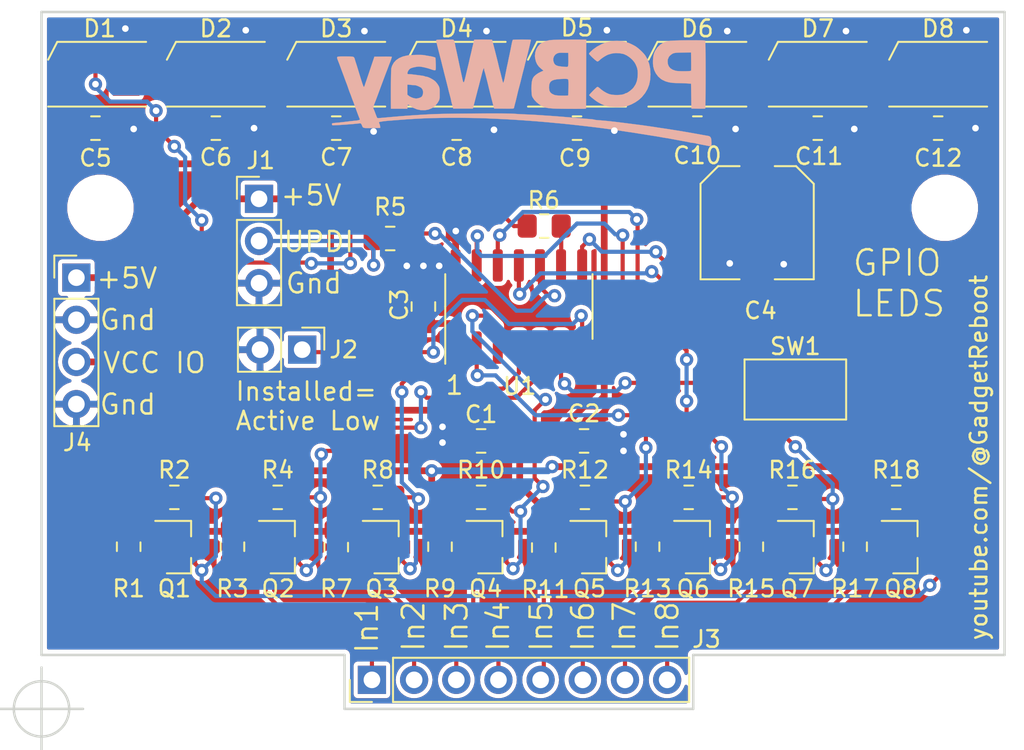
<source format=kicad_pcb>
(kicad_pcb (version 20171130) (host pcbnew "(5.1.2-1)-1")
  (layers (0 F.Cu signal) (31 B.Cu signal) (34 B.Paste user hide) (35 F.Paste user) (36 B.SilkS user) (37 F.SilkS user) (38 B.Mask user hide) (39 F.Mask user hide) (44 Edge.Cuts user))
  (net 0 "")
  (net 1 GNDREF)
  (net 2 +5V)
  (net 3 VCC)
  (net 4 "Net-(D1-Pad1)")
  (net 5 /LED_Data)
  (net 6 "Net-(D2-Pad1)")
  (net 7 "Net-(D3-Pad1)")
  (net 8 "Net-(D4-Pad1)")
  (net 9 "Net-(D5-Pad1)")
  (net 10 "Net-(D6-Pad1)")
  (net 11 "Net-(D7-Pad1)")
  (net 12 "Net-(D8-Pad1)")
  (net 13 "Net-(J1-Pad2)")
  (net 14 /InputCfg)
  (net 15 "Net-(J3-Pad1)")
  (net 16 "Net-(J3-Pad2)")
  (net 17 "Net-(J3-Pad3)")
  (net 18 "Net-(J3-Pad4)")
  (net 19 "Net-(J3-Pad5)")
  (net 20 "Net-(J3-Pad6)")
  (net 21 "Net-(J3-Pad7)")
  (net 22 "Net-(J3-Pad8)")
  (net 23 /In1)
  (net 24 /In2)
  (net 25 /In3)
  (net 26 /In4)
  (net 27 /In5)
  (net 28 /In6)
  (net 29 /In7)
  (net 30 /In8)
  (net 31 /UPDI)
  (net 32 "Net-(R6-Pad1)")
  (net 33 /Mode)
  (module footprints:LED_SK6812MINI_4_3.5x3.5mm_P1.75mm (layer F.Cu) (at 158.661 124.671 180)
    (fp_text reference D1 (at -0.15 2.75) (layer F.SilkS))
    (fp_text value SK6812MINI)
    (pad 3 smd rect (at 1.75 0.875 180) (size 1.6 0.85) (layers F.Cu F.Paste F.Mask) (net 5 /LED_Data))
    (pad 4 smd rect (at 1.75 -0.875 180) (size 1.6 0.85) (layers F.Cu F.Paste F.Mask) (net 2 +5V))
    (pad 2 smd rect (at -1.75 0.875 180) (size 1.6 0.85) (layers F.Cu F.Paste F.Mask) (net 1 GNDREF))
    (pad 1 smd rect (at -1.75 -0.875 180) (size 1.6 0.85) (layers F.Cu F.Paste F.Mask) (net 4 "Net-(D1-Pad1)"))
  )
  (module footprints:LED_SK6812MINI_4_3.5x3.5mm_P1.75mm (layer F.Cu) (at 165.811 124.671 180)
    (fp_text reference D2 (at 0 2.75) (layer F.SilkS))
    (fp_text value SK6812MINI)
    (pad 3 smd rect (at 1.75 0.875 180) (size 1.6 0.85) (layers F.Cu F.Paste F.Mask) (net 4 "Net-(D1-Pad1)"))
    (pad 4 smd rect (at 1.75 -0.875 180) (size 1.6 0.85) (layers F.Cu F.Paste F.Mask) (net 2 +5V))
    (pad 2 smd rect (at -1.75 0.875 180) (size 1.6 0.85) (layers F.Cu F.Paste F.Mask) (net 1 GNDREF))
    (pad 1 smd rect (at -1.75 -0.875 180) (size 1.6 0.85) (layers F.Cu F.Paste F.Mask) (net 6 "Net-(D2-Pad1)"))
  )
  (module footprints:LED_SK6812MINI_4_3.5x3.5mm_P1.75mm (layer F.Cu) (at 173.061 124.671 180)
    (fp_text reference D3 (at 0 2.75) (layer F.SilkS))
    (fp_text value SK6812MINI)
    (pad 3 smd rect (at 1.75 0.875 180) (size 1.6 0.85) (layers F.Cu F.Paste F.Mask) (net 6 "Net-(D2-Pad1)"))
    (pad 4 smd rect (at 1.75 -0.875 180) (size 1.6 0.85) (layers F.Cu F.Paste F.Mask) (net 2 +5V))
    (pad 2 smd rect (at -1.75 0.875 180) (size 1.6 0.85) (layers F.Cu F.Paste F.Mask) (net 1 GNDREF))
    (pad 1 smd rect (at -1.75 -0.875 180) (size 1.6 0.85) (layers F.Cu F.Paste F.Mask) (net 7 "Net-(D3-Pad1)"))
  )
  (module footprints:LED_SK6812MINI_4_3.5x3.5mm_P1.75mm (layer F.Cu) (at 180.311 124.671 180)
    (fp_text reference D4 (at 0 2.75) (layer F.SilkS))
    (fp_text value SK6812MINI)
    (pad 3 smd rect (at 1.75 0.875 180) (size 1.6 0.85) (layers F.Cu F.Paste F.Mask) (net 7 "Net-(D3-Pad1)"))
    (pad 4 smd rect (at 1.75 -0.875 180) (size 1.6 0.85) (layers F.Cu F.Paste F.Mask) (net 2 +5V))
    (pad 2 smd rect (at -1.75 0.875 180) (size 1.6 0.85) (layers F.Cu F.Paste F.Mask) (net 1 GNDREF))
    (pad 1 smd rect (at -1.75 -0.875 180) (size 1.6 0.85) (layers F.Cu F.Paste F.Mask) (net 8 "Net-(D4-Pad1)"))
  )
  (module footprints:LED_SK6812MINI_4_3.5x3.5mm_P1.75mm (layer F.Cu) (at 187.561 124.671 180)
    (fp_text reference D5 (at 0 2.8) (layer F.SilkS))
    (fp_text value SK6812MINI)
    (pad 3 smd rect (at 1.75 0.875 180) (size 1.6 0.85) (layers F.Cu F.Paste F.Mask) (net 8 "Net-(D4-Pad1)"))
    (pad 4 smd rect (at 1.75 -0.875 180) (size 1.6 0.85) (layers F.Cu F.Paste F.Mask) (net 2 +5V))
    (pad 2 smd rect (at -1.75 0.875 180) (size 1.6 0.85) (layers F.Cu F.Paste F.Mask) (net 1 GNDREF))
    (pad 1 smd rect (at -1.75 -0.875 180) (size 1.6 0.85) (layers F.Cu F.Paste F.Mask) (net 9 "Net-(D5-Pad1)"))
  )
  (module footprints:LED_SK6812MINI_4_3.5x3.5mm_P1.75mm (layer F.Cu) (at 194.811 124.671 180)
    (fp_text reference D6 (at 0 2.75) (layer F.SilkS))
    (fp_text value SK6812MINI)
    (pad 3 smd rect (at 1.75 0.875 180) (size 1.6 0.85) (layers F.Cu F.Paste F.Mask) (net 9 "Net-(D5-Pad1)"))
    (pad 4 smd rect (at 1.75 -0.875 180) (size 1.6 0.85) (layers F.Cu F.Paste F.Mask) (net 2 +5V))
    (pad 2 smd rect (at -1.75 0.875 180) (size 1.6 0.85) (layers F.Cu F.Paste F.Mask) (net 1 GNDREF))
    (pad 1 smd rect (at -1.75 -0.875 180) (size 1.6 0.85) (layers F.Cu F.Paste F.Mask) (net 10 "Net-(D6-Pad1)"))
  )
  (module footprints:LED_SK6812MINI_4_3.5x3.5mm_P1.75mm (layer F.Cu) (at 202.061 124.671 180)
    (fp_text reference D7 (at 0 2.75) (layer F.SilkS))
    (fp_text value SK6812MINI)
    (pad 3 smd rect (at 1.75 0.875 180) (size 1.6 0.85) (layers F.Cu F.Paste F.Mask) (net 10 "Net-(D6-Pad1)"))
    (pad 4 smd rect (at 1.75 -0.875 180) (size 1.6 0.85) (layers F.Cu F.Paste F.Mask) (net 2 +5V))
    (pad 2 smd rect (at -1.75 0.875 180) (size 1.6 0.85) (layers F.Cu F.Paste F.Mask) (net 1 GNDREF))
    (pad 1 smd rect (at -1.75 -0.875 180) (size 1.6 0.85) (layers F.Cu F.Paste F.Mask) (net 11 "Net-(D7-Pad1)"))
  )
  (module footprints:LED_SK6812MINI_4_3.5x3.5mm_P1.75mm (layer F.Cu) (at 209.311 124.671 180)
    (fp_text reference D8 (at 0 2.75) (layer F.SilkS))
    (fp_text value SK6812MINI)
    (pad 3 smd rect (at 1.75 0.875 180) (size 1.6 0.85) (layers F.Cu F.Paste F.Mask) (net 11 "Net-(D7-Pad1)"))
    (pad 4 smd rect (at 1.75 -0.875 180) (size 1.6 0.85) (layers F.Cu F.Paste F.Mask) (net 2 +5V))
    (pad 2 smd rect (at -1.75 0.875 180) (size 1.6 0.85) (layers F.Cu F.Paste F.Mask) (net 1 GNDREF))
    (pad 1 smd rect (at -1.75 -0.875 180) (size 1.6 0.85) (layers F.Cu F.Paste F.Mask) (net 12 "Net-(D8-Pad1)"))
  )
  (module MountingHole:MountingHole_3.5mm (layer F.Cu) (at 158.861 132.771)
    (fp_text reference REF** hide)
    (fp_text value MountingHole_3.5mm)
    (pad "" np_thru_hole circle (at 0 -0.05) (size 3.5 3.5) (drill 3.5) (layers *.Cu *.Mask))
  )
  (module MountingHole:MountingHole_3.5mm (layer F.Cu) (at 210.711 132.721)
    (fp_text reference REF** hide)
    (fp_text value MountingHole_3.5mm)
    (pad "" np_thru_hole circle (at -1 0) (size 3.5 3.5) (drill 3.5) (layers *.Cu *.Mask))
  )
  (module "_Custom_Footprints:pcb way logo" (layer B.Cu) (at 184.231 126.471 180)
    (fp_text reference G*** hide)
    (fp_text value LOGO hide)
  )
  (module Capacitor_SMD:C_0805_2012Metric_Pad1.15x1.40mm_HandSolder (layer F.Cu) (at 181.786 146.771 180)
    (fp_text reference C1 (at 0 1.6) (layer F.SilkS))
    (fp_text value 100nF)
    (pad 1 smd roundrect (at -1.025 0 180) (size 1.15 1.4) (layers F.Cu F.Paste F.Mask) (roundrect_rratio 0.217391) (net 3 VCC))
    (pad 2 smd roundrect (at 1.025 0 180) (size 1.15 1.4) (layers F.Cu F.Paste F.Mask) (roundrect_rratio 0.217391) (net 1 GNDREF))
  )
  (module Capacitor_SMD:C_0805_2012Metric_Pad1.15x1.40mm_HandSolder (layer F.Cu) (at 187.986 146.771)
    (fp_text reference C2 (at 0 -1.65) (layer F.SilkS))
    (fp_text value 100nF)
    (pad 2 smd roundrect (at 1.025 0) (size 1.15 1.4) (layers F.Cu F.Paste F.Mask) (roundrect_rratio 0.217391) (net 1 GNDREF))
    (pad 1 smd roundrect (at -1.025 0) (size 1.15 1.4) (layers F.Cu F.Paste F.Mask) (roundrect_rratio 0.217391) (net 2 +5V))
  )
  (module Capacitor_SMD:C_0805_2012Metric_Pad1.15x1.40mm_HandSolder (layer F.Cu) (at 178.311 138.671 90)
    (fp_text reference C3 (at 0.1 -1.45 270) (layer F.SilkS))
    (fp_text value 100nF)
    (pad 1 smd roundrect (at -1.025 0 90) (size 1.15 1.4) (layers F.Cu F.Paste F.Mask) (roundrect_rratio 0.217391) (net 2 +5V))
    (pad 2 smd roundrect (at 1.025 0 90) (size 1.15 1.4) (layers F.Cu F.Paste F.Mask) (roundrect_rratio 0.217391) (net 1 GNDREF))
  )
  (module Capacitor_SMD:C_Elec_6.3x5.8 (layer F.Cu) (at 198.411 133.621 270)
    (fp_text reference C4 (at 5.3 -0.2 180) (layer F.SilkS))
    (fp_text value 100uF)
    (pad 1 smd roundrect (at -2.5375 0 270) (size 3.325 1.6) (layers F.Cu F.Paste F.Mask) (roundrect_rratio 0.15625) (net 2 +5V))
    (pad 2 smd roundrect (at 2.5375 0 270) (size 3.325 1.6) (layers F.Cu F.Paste F.Mask) (roundrect_rratio 0.15625) (net 1 GNDREF))
  )
  (module Capacitor_SMD:C_0805_2012Metric_Pad1.15x1.40mm_HandSolder (layer F.Cu) (at 158.561 127.921)
    (fp_text reference C5 (at 0 1.8) (layer F.SilkS))
    (fp_text value 100nF)
    (pad 2 smd roundrect (at 1.025 0) (size 1.15 1.4) (layers F.Cu F.Paste F.Mask) (roundrect_rratio 0.217391) (net 1 GNDREF))
    (pad 1 smd roundrect (at -1.025 0) (size 1.15 1.4) (layers F.Cu F.Paste F.Mask) (roundrect_rratio 0.217391) (net 2 +5V))
  )
  (module Capacitor_SMD:C_0805_2012Metric_Pad1.15x1.40mm_HandSolder (layer F.Cu) (at 165.811 127.921)
    (fp_text reference C6 (at 0 1.75) (layer F.SilkS))
    (fp_text value 100nF)
    (pad 1 smd roundrect (at -1.025 0) (size 1.15 1.4) (layers F.Cu F.Paste F.Mask) (roundrect_rratio 0.217391) (net 2 +5V))
    (pad 2 smd roundrect (at 1.025 0) (size 1.15 1.4) (layers F.Cu F.Paste F.Mask) (roundrect_rratio 0.217391) (net 1 GNDREF))
  )
  (module Capacitor_SMD:C_0805_2012Metric_Pad1.15x1.40mm_HandSolder (layer F.Cu) (at 173.061 127.921)
    (fp_text reference C7 (at 0 1.75) (layer F.SilkS))
    (fp_text value 100nF)
    (pad 2 smd roundrect (at 1.025 0) (size 1.15 1.4) (layers F.Cu F.Paste F.Mask) (roundrect_rratio 0.217391) (net 1 GNDREF))
    (pad 1 smd roundrect (at -1.025 0) (size 1.15 1.4) (layers F.Cu F.Paste F.Mask) (roundrect_rratio 0.217391) (net 2 +5V))
  )
  (module Capacitor_SMD:C_0805_2012Metric_Pad1.15x1.40mm_HandSolder (layer F.Cu) (at 180.311 127.921)
    (fp_text reference C8 (at 0 1.75) (layer F.SilkS))
    (fp_text value 100nF)
    (pad 1 smd roundrect (at -1.025 0) (size 1.15 1.4) (layers F.Cu F.Paste F.Mask) (roundrect_rratio 0.217391) (net 2 +5V))
    (pad 2 smd roundrect (at 1.025 0) (size 1.15 1.4) (layers F.Cu F.Paste F.Mask) (roundrect_rratio 0.217391) (net 1 GNDREF))
  )
  (module Capacitor_SMD:C_0805_2012Metric_Pad1.15x1.40mm_HandSolder (layer F.Cu) (at 187.561 127.921)
    (fp_text reference C9 (at -0.125 1.8) (layer F.SilkS))
    (fp_text value 100nF)
    (pad 2 smd roundrect (at 1.025 0) (size 1.15 1.4) (layers F.Cu F.Paste F.Mask) (roundrect_rratio 0.217391) (net 1 GNDREF))
    (pad 1 smd roundrect (at -1.025 0) (size 1.15 1.4) (layers F.Cu F.Paste F.Mask) (roundrect_rratio 0.217391) (net 2 +5V))
  )
  (module Capacitor_SMD:C_0805_2012Metric_Pad1.15x1.40mm_HandSolder (layer F.Cu) (at 194.811 127.921)
    (fp_text reference C10 (at 0 1.65) (layer F.SilkS))
    (fp_text value 100nF)
    (pad 1 smd roundrect (at -1.025 0) (size 1.15 1.4) (layers F.Cu F.Paste F.Mask) (roundrect_rratio 0.217391) (net 2 +5V))
    (pad 2 smd roundrect (at 1.025 0) (size 1.15 1.4) (layers F.Cu F.Paste F.Mask) (roundrect_rratio 0.217391) (net 1 GNDREF))
  )
  (module Capacitor_SMD:C_0805_2012Metric_Pad1.15x1.40mm_HandSolder (layer F.Cu) (at 202.061 127.921)
    (fp_text reference C11 (at 0.075 1.7) (layer F.SilkS))
    (fp_text value 100nF)
    (pad 2 smd roundrect (at 1.025 0) (size 1.15 1.4) (layers F.Cu F.Paste F.Mask) (roundrect_rratio 0.217391) (net 1 GNDREF))
    (pad 1 smd roundrect (at -1.025 0) (size 1.15 1.4) (layers F.Cu F.Paste F.Mask) (roundrect_rratio 0.217391) (net 2 +5V))
  )
  (module Capacitor_SMD:C_0805_2012Metric_Pad1.15x1.40mm_HandSolder (layer F.Cu) (at 209.311 127.921)
    (fp_text reference C12 (at 0 1.8) (layer F.SilkS))
    (fp_text value 100nF)
    (pad 1 smd roundrect (at -1.025 0) (size 1.15 1.4) (layers F.Cu F.Paste F.Mask) (roundrect_rratio 0.217391) (net 2 +5V))
    (pad 2 smd roundrect (at 1.025 0) (size 1.15 1.4) (layers F.Cu F.Paste F.Mask) (roundrect_rratio 0.217391) (net 1 GNDREF))
  )
  (module Connector_PinHeader_2.54mm:PinHeader_1x03_P2.54mm_Vertical (layer F.Cu) (at 168.411 132.181)
    (fp_text reference J1 (at 0.1 -2.31) (layer F.SilkS))
    (fp_text value Conn_01x03)
    (pad 1 thru_hole rect (at 0 0) (size 1.7 1.7) (drill 1) (layers *.Cu *.Mask) (net 2 +5V))
    (pad 2 thru_hole oval (at 0 2.54) (size 1.7 1.7) (drill 1) (layers *.Cu *.Mask) (net 13 "Net-(J1-Pad2)"))
    (pad 3 thru_hole oval (at 0 5.08) (size 1.7 1.7) (drill 1) (layers *.Cu *.Mask) (net 1 GNDREF))
  )
  (module Connector_PinHeader_2.54mm:PinHeader_1x02_P2.54mm_Vertical (layer F.Cu) (at 171.011 141.271 270)
    (fp_text reference J2 (at 0 -2.5 180) (layer F.SilkS))
    (fp_text value Conn_01x02)
    (pad 1 thru_hole rect (at 0 0 270) (size 1.7 1.7) (drill 1) (layers *.Cu *.Mask) (net 14 /InputCfg))
    (pad 2 thru_hole oval (at 0 2.54 270) (size 1.7 1.7) (drill 1) (layers *.Cu *.Mask) (net 1 GNDREF))
  )
  (module Connector_PinHeader_2.54mm:PinHeader_1x08_P2.54mm_Vertical (layer F.Cu) (at 175.211 161.171 90)
    (fp_text reference J3 (at 2.45 20.15 180) (layer F.SilkS))
    (fp_text value Conn_01x08)
    (pad 1 thru_hole rect (at 0 0 90) (size 1.7 1.7) (drill 1) (layers *.Cu *.Mask) (net 15 "Net-(J3-Pad1)"))
    (pad 2 thru_hole oval (at 0 2.54 90) (size 1.7 1.7) (drill 1) (layers *.Cu *.Mask) (net 16 "Net-(J3-Pad2)"))
    (pad 3 thru_hole oval (at 0 5.08 90) (size 1.7 1.7) (drill 1) (layers *.Cu *.Mask) (net 17 "Net-(J3-Pad3)"))
    (pad 4 thru_hole oval (at 0 7.62 90) (size 1.7 1.7) (drill 1) (layers *.Cu *.Mask) (net 18 "Net-(J3-Pad4)"))
    (pad 5 thru_hole oval (at 0 10.16 90) (size 1.7 1.7) (drill 1) (layers *.Cu *.Mask) (net 19 "Net-(J3-Pad5)"))
    (pad 6 thru_hole oval (at 0 12.7 90) (size 1.7 1.7) (drill 1) (layers *.Cu *.Mask) (net 20 "Net-(J3-Pad6)"))
    (pad 7 thru_hole oval (at 0 15.24 90) (size 1.7 1.7) (drill 1) (layers *.Cu *.Mask) (net 21 "Net-(J3-Pad7)"))
    (pad 8 thru_hole oval (at 0 17.78 90) (size 1.7 1.7) (drill 1) (layers *.Cu *.Mask) (net 22 "Net-(J3-Pad8)"))
  )
  (module Package_TO_SOT_SMD:SOT-23 (layer F.Cu) (at 163.561 153.171)
    (fp_text reference Q1 (at -0.25 2.5) (layer F.SilkS))
    (fp_text value BSS138)
    (pad 1 smd rect (at -1 -0.95) (size 0.9 0.8) (layers F.Cu F.Paste F.Mask) (net 3 VCC))
    (pad 2 smd rect (at -1 0.95) (size 0.9 0.8) (layers F.Cu F.Paste F.Mask) (net 15 "Net-(J3-Pad1)"))
    (pad 3 smd rect (at 1 0) (size 0.9 0.8) (layers F.Cu F.Paste F.Mask) (net 23 /In1))
  )
  (module Package_TO_SOT_SMD:SOT-23 (layer F.Cu) (at 169.811 153.171)
    (fp_text reference Q2 (at -0.25 2.5) (layer F.SilkS))
    (fp_text value BSS138)
    (pad 3 smd rect (at 1 0) (size 0.9 0.8) (layers F.Cu F.Paste F.Mask) (net 24 /In2))
    (pad 2 smd rect (at -1 0.95) (size 0.9 0.8) (layers F.Cu F.Paste F.Mask) (net 16 "Net-(J3-Pad2)"))
    (pad 1 smd rect (at -1 -0.95) (size 0.9 0.8) (layers F.Cu F.Paste F.Mask) (net 3 VCC))
  )
  (module Package_TO_SOT_SMD:SOT-23 (layer F.Cu) (at 176.061 153.171)
    (fp_text reference Q3 (at -0.25 2.5) (layer F.SilkS))
    (fp_text value BSS138)
    (pad 1 smd rect (at -1 -0.95) (size 0.9 0.8) (layers F.Cu F.Paste F.Mask) (net 3 VCC))
    (pad 2 smd rect (at -1 0.95) (size 0.9 0.8) (layers F.Cu F.Paste F.Mask) (net 17 "Net-(J3-Pad3)"))
    (pad 3 smd rect (at 1 0) (size 0.9 0.8) (layers F.Cu F.Paste F.Mask) (net 25 /In3))
  )
  (module Package_TO_SOT_SMD:SOT-23 (layer F.Cu) (at 182.311 153.171)
    (fp_text reference Q4 (at -0.25 2.5) (layer F.SilkS))
    (fp_text value BSS138)
    (pad 3 smd rect (at 1 0) (size 0.9 0.8) (layers F.Cu F.Paste F.Mask) (net 26 /In4))
    (pad 2 smd rect (at -1 0.95) (size 0.9 0.8) (layers F.Cu F.Paste F.Mask) (net 18 "Net-(J3-Pad4)"))
    (pad 1 smd rect (at -1 -0.95) (size 0.9 0.8) (layers F.Cu F.Paste F.Mask) (net 3 VCC))
  )
  (module Package_TO_SOT_SMD:SOT-23 (layer F.Cu) (at 188.561 153.171)
    (fp_text reference Q5 (at -0.25 2.5) (layer F.SilkS))
    (fp_text value BSS138)
    (pad 1 smd rect (at -1 -0.95) (size 0.9 0.8) (layers F.Cu F.Paste F.Mask) (net 3 VCC))
    (pad 2 smd rect (at -1 0.95) (size 0.9 0.8) (layers F.Cu F.Paste F.Mask) (net 19 "Net-(J3-Pad5)"))
    (pad 3 smd rect (at 1 0) (size 0.9 0.8) (layers F.Cu F.Paste F.Mask) (net 27 /In5))
  )
  (module Package_TO_SOT_SMD:SOT-23 (layer F.Cu) (at 194.811 153.171)
    (fp_text reference Q6 (at -0.25 2.5) (layer F.SilkS))
    (fp_text value BSS138)
    (pad 3 smd rect (at 1 0) (size 0.9 0.8) (layers F.Cu F.Paste F.Mask) (net 28 /In6))
    (pad 2 smd rect (at -1 0.95) (size 0.9 0.8) (layers F.Cu F.Paste F.Mask) (net 20 "Net-(J3-Pad6)"))
    (pad 1 smd rect (at -1 -0.95) (size 0.9 0.8) (layers F.Cu F.Paste F.Mask) (net 3 VCC))
  )
  (module Package_TO_SOT_SMD:SOT-23 (layer F.Cu) (at 201.061 153.171)
    (fp_text reference Q7 (at -0.25 2.5) (layer F.SilkS))
    (fp_text value BSS138)
    (pad 1 smd rect (at -1 -0.95) (size 0.9 0.8) (layers F.Cu F.Paste F.Mask) (net 3 VCC))
    (pad 2 smd rect (at -1 0.95) (size 0.9 0.8) (layers F.Cu F.Paste F.Mask) (net 21 "Net-(J3-Pad7)"))
    (pad 3 smd rect (at 1 0) (size 0.9 0.8) (layers F.Cu F.Paste F.Mask) (net 29 /In7))
  )
  (module Package_TO_SOT_SMD:SOT-23 (layer F.Cu) (at 207.311 153.171)
    (fp_text reference Q8 (at -0.25 2.5) (layer F.SilkS))
    (fp_text value BSS138)
    (pad 3 smd rect (at 1 0) (size 0.9 0.8) (layers F.Cu F.Paste F.Mask) (net 30 /In8))
    (pad 2 smd rect (at -1 0.95) (size 0.9 0.8) (layers F.Cu F.Paste F.Mask) (net 22 "Net-(J3-Pad8)"))
    (pad 1 smd rect (at -1 -0.95) (size 0.9 0.8) (layers F.Cu F.Paste F.Mask) (net 3 VCC))
  )
  (module Resistor_SMD:R_0805_2012Metric_Pad1.15x1.40mm_HandSolder (layer F.Cu) (at 160.561 153.146001 270)
    (fp_text reference R1 (at 2.524999 0 180) (layer F.SilkS))
    (fp_text value 10K)
    (pad 1 smd roundrect (at -1.025 0 270) (size 1.15 1.4) (layers F.Cu F.Paste F.Mask) (roundrect_rratio 0.217391) (net 3 VCC))
    (pad 2 smd roundrect (at 1.025 0 270) (size 1.15 1.4) (layers F.Cu F.Paste F.Mask) (roundrect_rratio 0.217391) (net 15 "Net-(J3-Pad1)"))
  )
  (module Resistor_SMD:R_0805_2012Metric_Pad1.15x1.40mm_HandSolder (layer F.Cu) (at 163.311 150.171)
    (fp_text reference R2 (at 0 -1.65) (layer F.SilkS))
    (fp_text value 10K)
    (pad 2 smd roundrect (at 1.025 0) (size 1.15 1.4) (layers F.Cu F.Paste F.Mask) (roundrect_rratio 0.217391) (net 23 /In1))
    (pad 1 smd roundrect (at -1.025 0) (size 1.15 1.4) (layers F.Cu F.Paste F.Mask) (roundrect_rratio 0.217391) (net 2 +5V))
  )
  (module Resistor_SMD:R_0805_2012Metric_Pad1.15x1.40mm_HandSolder (layer F.Cu) (at 166.811 153.146001 270)
    (fp_text reference R3 (at 2.524999 0 180) (layer F.SilkS))
    (fp_text value 10K)
    (pad 1 smd roundrect (at -1.025 0 270) (size 1.15 1.4) (layers F.Cu F.Paste F.Mask) (roundrect_rratio 0.217391) (net 3 VCC))
    (pad 2 smd roundrect (at 1.025 0 270) (size 1.15 1.4) (layers F.Cu F.Paste F.Mask) (roundrect_rratio 0.217391) (net 16 "Net-(J3-Pad2)"))
  )
  (module Resistor_SMD:R_0805_2012Metric_Pad1.15x1.40mm_HandSolder (layer F.Cu) (at 169.536 150.171)
    (fp_text reference R4 (at 0 -1.65) (layer F.SilkS))
    (fp_text value 10K)
    (pad 2 smd roundrect (at 1.025 0) (size 1.15 1.4) (layers F.Cu F.Paste F.Mask) (roundrect_rratio 0.217391) (net 24 /In2))
    (pad 1 smd roundrect (at -1.025 0) (size 1.15 1.4) (layers F.Cu F.Paste F.Mask) (roundrect_rratio 0.217391) (net 2 +5V))
  )
  (module Resistor_SMD:R_0805_2012Metric_Pad1.15x1.40mm_HandSolder (layer F.Cu) (at 176.311 134.571)
    (fp_text reference R5 (at 0 -1.9) (layer F.SilkS))
    (fp_text value 1K)
    (pad 2 smd roundrect (at 1.025 0) (size 1.15 1.4) (layers F.Cu F.Paste F.Mask) (roundrect_rratio 0.217391) (net 31 /UPDI))
    (pad 1 smd roundrect (at -1.025 0) (size 1.15 1.4) (layers F.Cu F.Paste F.Mask) (roundrect_rratio 0.217391) (net 13 "Net-(J1-Pad2)"))
  )
  (module Resistor_SMD:R_0805_2012Metric_Pad1.15x1.40mm_HandSolder (layer F.Cu) (at 185.585999 133.821 180)
    (fp_text reference R6 (at 0.024999 1.55) (layer F.SilkS))
    (fp_text value 1K)
    (pad 1 smd roundrect (at -1.025 0 180) (size 1.15 1.4) (layers F.Cu F.Paste F.Mask) (roundrect_rratio 0.217391) (net 32 "Net-(R6-Pad1)"))
    (pad 2 smd roundrect (at 1.025 0 180) (size 1.15 1.4) (layers F.Cu F.Paste F.Mask) (roundrect_rratio 0.217391) (net 5 /LED_Data))
  )
  (module Resistor_SMD:R_0805_2012Metric_Pad1.15x1.40mm_HandSolder (layer F.Cu) (at 173.061 153.171 270)
    (fp_text reference R7 (at 2.5 0 180) (layer F.SilkS))
    (fp_text value 10K)
    (pad 1 smd roundrect (at -1.025 0 270) (size 1.15 1.4) (layers F.Cu F.Paste F.Mask) (roundrect_rratio 0.217391) (net 3 VCC))
    (pad 2 smd roundrect (at 1.025 0 270) (size 1.15 1.4) (layers F.Cu F.Paste F.Mask) (roundrect_rratio 0.217391) (net 17 "Net-(J3-Pad3)"))
  )
  (module Resistor_SMD:R_0805_2012Metric_Pad1.15x1.40mm_HandSolder (layer F.Cu) (at 175.561 150.171)
    (fp_text reference R8 (at 0 -1.65) (layer F.SilkS))
    (fp_text value 10K)
    (pad 2 smd roundrect (at 1.025 0) (size 1.15 1.4) (layers F.Cu F.Paste F.Mask) (roundrect_rratio 0.217391) (net 25 /In3))
    (pad 1 smd roundrect (at -1.025 0) (size 1.15 1.4) (layers F.Cu F.Paste F.Mask) (roundrect_rratio 0.217391) (net 2 +5V))
  )
  (module Resistor_SMD:R_0805_2012Metric_Pad1.15x1.40mm_HandSolder (layer F.Cu) (at 179.311 153.146001 270)
    (fp_text reference R9 (at 2.524999 0 180) (layer F.SilkS))
    (fp_text value 10K)
    (pad 1 smd roundrect (at -1.025 0 270) (size 1.15 1.4) (layers F.Cu F.Paste F.Mask) (roundrect_rratio 0.217391) (net 3 VCC))
    (pad 2 smd roundrect (at 1.025 0 270) (size 1.15 1.4) (layers F.Cu F.Paste F.Mask) (roundrect_rratio 0.217391) (net 18 "Net-(J3-Pad4)"))
  )
  (module Resistor_SMD:R_0805_2012Metric_Pad1.15x1.40mm_HandSolder (layer F.Cu) (at 181.786 150.171)
    (fp_text reference R10 (at 0 -1.65) (layer F.SilkS))
    (fp_text value 10K)
    (pad 2 smd roundrect (at 1.025 0) (size 1.15 1.4) (layers F.Cu F.Paste F.Mask) (roundrect_rratio 0.217391) (net 26 /In4))
    (pad 1 smd roundrect (at -1.025 0) (size 1.15 1.4) (layers F.Cu F.Paste F.Mask) (roundrect_rratio 0.217391) (net 2 +5V))
  )
  (module Resistor_SMD:R_0805_2012Metric_Pad1.15x1.40mm_HandSolder (layer F.Cu) (at 185.561 153.195999 270)
    (fp_text reference R11 (at 2.525001 -0.1 180) (layer F.SilkS))
    (fp_text value 10K)
    (pad 1 smd roundrect (at -1.025 0 270) (size 1.15 1.4) (layers F.Cu F.Paste F.Mask) (roundrect_rratio 0.217391) (net 3 VCC))
    (pad 2 smd roundrect (at 1.025 0 270) (size 1.15 1.4) (layers F.Cu F.Paste F.Mask) (roundrect_rratio 0.217391) (net 19 "Net-(J3-Pad5)"))
  )
  (module Resistor_SMD:R_0805_2012Metric_Pad1.15x1.40mm_HandSolder (layer F.Cu) (at 188.036 150.171)
    (fp_text reference R12 (at 0 -1.65) (layer F.SilkS))
    (fp_text value 10K)
    (pad 2 smd roundrect (at 1.025 0) (size 1.15 1.4) (layers F.Cu F.Paste F.Mask) (roundrect_rratio 0.217391) (net 27 /In5))
    (pad 1 smd roundrect (at -1.025 0) (size 1.15 1.4) (layers F.Cu F.Paste F.Mask) (roundrect_rratio 0.217391) (net 2 +5V))
  )
  (module Resistor_SMD:R_0805_2012Metric_Pad1.15x1.40mm_HandSolder (layer F.Cu) (at 191.811 153.146001 270)
    (fp_text reference R13 (at 2.524999 0 180) (layer F.SilkS))
    (fp_text value 10K)
    (pad 1 smd roundrect (at -1.025 0 270) (size 1.15 1.4) (layers F.Cu F.Paste F.Mask) (roundrect_rratio 0.217391) (net 3 VCC))
    (pad 2 smd roundrect (at 1.025 0 270) (size 1.15 1.4) (layers F.Cu F.Paste F.Mask) (roundrect_rratio 0.217391) (net 20 "Net-(J3-Pad6)"))
  )
  (module Resistor_SMD:R_0805_2012Metric_Pad1.15x1.40mm_HandSolder (layer F.Cu) (at 194.286 150.171)
    (fp_text reference R14 (at 0 -1.65) (layer F.SilkS))
    (fp_text value 10K)
    (pad 2 smd roundrect (at 1.025 0) (size 1.15 1.4) (layers F.Cu F.Paste F.Mask) (roundrect_rratio 0.217391) (net 28 /In6))
    (pad 1 smd roundrect (at -1.025 0) (size 1.15 1.4) (layers F.Cu F.Paste F.Mask) (roundrect_rratio 0.217391) (net 2 +5V))
  )
  (module Resistor_SMD:R_0805_2012Metric_Pad1.15x1.40mm_HandSolder (layer F.Cu) (at 198.061 153.146 270)
    (fp_text reference R15 (at 2.525 0 180) (layer F.SilkS))
    (fp_text value 10K)
    (pad 2 smd roundrect (at 1.025 0 270) (size 1.15 1.4) (layers F.Cu F.Paste F.Mask) (roundrect_rratio 0.217391) (net 21 "Net-(J3-Pad7)"))
    (pad 1 smd roundrect (at -1.025 0 270) (size 1.15 1.4) (layers F.Cu F.Paste F.Mask) (roundrect_rratio 0.217391) (net 3 VCC))
  )
  (module Resistor_SMD:R_0805_2012Metric_Pad1.15x1.40mm_HandSolder (layer F.Cu) (at 200.536 150.171)
    (fp_text reference R16 (at 0 -1.65) (layer F.SilkS))
    (fp_text value 10K)
    (pad 2 smd roundrect (at 1.025 0) (size 1.15 1.4) (layers F.Cu F.Paste F.Mask) (roundrect_rratio 0.217391) (net 29 /In7))
    (pad 1 smd roundrect (at -1.025 0) (size 1.15 1.4) (layers F.Cu F.Paste F.Mask) (roundrect_rratio 0.217391) (net 2 +5V))
  )
  (module Resistor_SMD:R_0805_2012Metric_Pad1.15x1.40mm_HandSolder (layer F.Cu) (at 204.311 153.146 270)
    (fp_text reference R17 (at 2.525 0 180) (layer F.SilkS))
    (fp_text value 10K)
    (pad 1 smd roundrect (at -1.025 0 270) (size 1.15 1.4) (layers F.Cu F.Paste F.Mask) (roundrect_rratio 0.217391) (net 3 VCC))
    (pad 2 smd roundrect (at 1.025 0 270) (size 1.15 1.4) (layers F.Cu F.Paste F.Mask) (roundrect_rratio 0.217391) (net 22 "Net-(J3-Pad8)"))
  )
  (module Resistor_SMD:R_0805_2012Metric_Pad1.15x1.40mm_HandSolder (layer F.Cu) (at 206.786 150.171)
    (fp_text reference R18 (at 0 -1.65) (layer F.SilkS))
    (fp_text value 10K)
    (pad 1 smd roundrect (at -1.025 0) (size 1.15 1.4) (layers F.Cu F.Paste F.Mask) (roundrect_rratio 0.217391) (net 2 +5V))
    (pad 2 smd roundrect (at 1.025 0) (size 1.15 1.4) (layers F.Cu F.Paste F.Mask) (roundrect_rratio 0.217391) (net 30 /In8))
  )
  (module footprints:SW_SPST_60x35 (layer F.Cu) (at 200.711 143.671)
    (fp_text reference SW1 (at 0 -2.6) (layer F.SilkS))
    (fp_text value SW_Push)
    (pad 2 smd rect (at 4.29 0) (size 2.18 2.1) (layers F.Cu F.Paste F.Mask) (net 1 GNDREF))
    (pad 1 smd rect (at -4.29 0) (size 2.18 2.1) (layers F.Cu F.Paste F.Mask) (net 33 /Mode))
  )
  (module Package_SO:SOIC-14_3.9x8.7mm_P1.27mm (layer F.Cu) (at 184.061 138.671 90)
    (fp_text reference U1 (at -4.8 0.05 180) (layer F.SilkS))
    (fp_text value ATtiny804)
    (pad 1 smd roundrect (at -2.475 -3.81 90) (size 1.95 0.6) (layers F.Cu F.Paste F.Mask) (net 2 +5V))
    (pad 2 smd roundrect (at -2.475 -2.54 90) (size 1.95 0.6) (layers F.Cu F.Paste F.Mask) (net 27 /In5))
    (pad 3 smd roundrect (at -2.475 -1.27 90) (size 1.95 0.6) (layers F.Cu F.Paste F.Mask) (net 26 /In4))
    (pad 4 smd roundrect (at -2.475 0 90) (size 1.95 0.6) (layers F.Cu F.Paste F.Mask) (net 25 /In3))
    (pad 5 smd roundrect (at -2.475 1.27 90) (size 1.95 0.6) (layers F.Cu F.Paste F.Mask) (net 24 /In2))
    (pad 6 smd roundrect (at -2.475 2.54 90) (size 1.95 0.6) (layers F.Cu F.Paste F.Mask) (net 33 /Mode))
    (pad 7 smd roundrect (at -2.475 3.81 90) (size 1.95 0.6) (layers F.Cu F.Paste F.Mask) (net 14 /InputCfg))
    (pad 8 smd roundrect (at 2.475 3.81 90) (size 1.95 0.6) (layers F.Cu F.Paste F.Mask) (net 23 /In1))
    (pad 9 smd roundrect (at 2.475 2.54 90) (size 1.95 0.6) (layers F.Cu F.Paste F.Mask) (net 32 "Net-(R6-Pad1)"))
    (pad 10 smd roundrect (at 2.475 1.27 90) (size 1.95 0.6) (layers F.Cu F.Paste F.Mask) (net 31 /UPDI))
    (pad 11 smd roundrect (at 2.475 0 90) (size 1.95 0.6) (layers F.Cu F.Paste F.Mask) (net 30 /In8))
    (pad 12 smd roundrect (at 2.475 -1.27 90) (size 1.95 0.6) (layers F.Cu F.Paste F.Mask) (net 29 /In7))
    (pad 13 smd roundrect (at 2.475 -2.54 90) (size 1.95 0.6) (layers F.Cu F.Paste F.Mask) (net 28 /In6))
    (pad 14 smd roundrect (at 2.475 -3.81 90) (size 1.95 0.6) (layers F.Cu F.Paste F.Mask) (net 1 GNDREF))
  )
  (module Connector_PinHeader_2.54mm:PinHeader_1x04_P2.54mm_Vertical (layer F.Cu) (at 157.411 136.931)
    (fp_text reference J4 (at 0.05 9.94) (layer F.SilkS))
    (fp_text value Conn_01x04)
    (pad 1 thru_hole rect (at 0 0) (size 1.7 1.7) (drill 1) (layers *.Cu *.Mask) (net 2 +5V))
    (pad 2 thru_hole oval (at 0 2.54) (size 1.7 1.7) (drill 1) (layers *.Cu *.Mask) (net 1 GNDREF))
    (pad 3 thru_hole oval (at 0 5.08) (size 1.7 1.7) (drill 1) (layers *.Cu *.Mask) (net 3 VCC))
    (pad 4 thru_hole oval (at 0 7.62) (size 1.7 1.7) (drill 1) (layers *.Cu *.Mask) (net 1 GNDREF))
  )
  (gr_text youtube.com/@GadgetReboot (at 211.761 158.871 90) (layer F.SilkS) (effects (font (size 1 1)) (justify left)))
  (target plus (at 155.311 162.921) (size 5) (width 0.15) (layer Edge.Cuts))
  (gr_line (start 173.561 162.921) (end 194.561 162.921) (layer Edge.Cuts) (width 0.15))
  (gr_line (start 173.561 159.671) (end 173.561 162.921) (layer Edge.Cuts) (width 0.15))
  (gr_line (start 155.311 159.671) (end 173.561 159.671) (layer Edge.Cuts) (width 0.15))
  (gr_line (start 155.311 120.921) (end 155.311 159.671) (layer Edge.Cuts) (width 0.15))
  (gr_line (start 213.311 120.921) (end 155.311 120.921) (layer Edge.Cuts) (width 0.15))
  (gr_line (start 213.311 159.671) (end 213.311 120.921) (layer Edge.Cuts) (width 0.15))
  (gr_line (start 194.561 159.671) (end 213.311 159.671) (layer Edge.Cuts) (width 0.15))
  (gr_line (start 194.561 162.921) (end 194.561 159.671) (layer Edge.Cuts) (width 0.15))
  (gr_text In8 (at 193.011 159.571 90) (layer F.SilkS) (effects (font (size 1.3 1.3)) (justify left)))
  (gr_text In7 (at 190.411 159.571 90) (layer F.SilkS) (effects (font (size 1.3 1.3)) (justify left)))
  (gr_text In6 (at 187.911 159.571 90) (layer F.SilkS) (effects (font (size 1.3 1.3)) (justify left)))
  (gr_text In5 (at 185.411 159.571 90) (layer F.SilkS) (effects (font (size 1.3 1.3)) (justify left)))
  (gr_text In4 (at 182.811 159.571 90) (layer F.SilkS) (effects (font (size 1.3 1.3)) (justify left)))
  (gr_text In3 (at 180.311 159.571 90) (layer F.SilkS) (effects (font (size 1.3 1.3)) (justify left)))
  (gr_text In2 (at 177.711 159.571 90) (layer F.SilkS) (effects (font (size 1.3 1.3)) (justify left)))
  (gr_text UPDI (at 172.011 134.771) (layer F.SilkS) (effects (font (size 1.2 1.2))))
  (gr_text "Gnd\n" (at 171.711 137.271) (layer F.SilkS) (effects (font (size 1.2 1.2))))
  (gr_text "+5V " (at 172.011 131.971) (layer F.SilkS) (effects (font (size 1.2 1.2))))
  (gr_text "+5V " (at 160.911 136.971) (layer F.SilkS) (effects (font (size 1.2 1.2))))
  (gr_text "Gnd\n" (at 160.511 139.471) (layer F.SilkS) (effects (font (size 1.2 1.2))))
  (gr_text "VCC IO" (at 162.111 142.071) (layer F.SilkS) (effects (font (size 1.2 1.2))))
  (gr_text "Installed=\nActive Low" (at 166.911 144.671) (layer F.SilkS) (effects (font (size 1.1 1.1)) (justify left)))
  (gr_text 1 (at 179.561 143.421) (layer F.SilkS) (effects (font (size 1.1 1.1)) (justify left)))
  (gr_text In1 (at 174.911 159.671 90) (layer F.SilkS) (effects (font (size 1.3 1.3)) (justify left)))
  (gr_text "Gnd\n" (at 160.511 144.571) (layer F.SilkS) (effects (font (size 1.2 1.2))))
  (gr_text "GPIO \nLEDS" (at 204.061 137.271) (layer F.SilkS) (effects (font (size 1.524 1.524)) (justify left)))
  (via (at 190.361 146.371) (size 0.8) (drill 0.4) (layers F.Cu B.Cu) (net 1))
  (via (at 190.361 147.371) (size 0.8) (drill 0.4) (layers F.Cu B.Cu) (net 1))
  (via (at 160.861 127.971) (size 0.8) (drill 0.4) (layers F.Cu B.Cu) (net 1))
  (via (at 168.111 127.921) (size 0.8) (drill 0.4) (layers F.Cu B.Cu) (net 1))
  (via (at 175.311 128.121) (size 0.8) (drill 0.4) (layers F.Cu B.Cu) (net 1))
  (via (at 182.561 128.021) (size 0.8) (drill 0.4) (layers F.Cu B.Cu) (net 1))
  (via (at 189.811 128.071) (size 0.8) (drill 0.4) (layers F.Cu B.Cu) (net 1))
  (via (at 211.561 127.921) (size 0.8) (drill 0.4) (layers F.Cu B.Cu) (net 1))
  (via (at 204.261 127.971) (size 0.8) (drill 0.4) (layers F.Cu B.Cu) (net 1))
  (via (at 197.111 127.971) (size 0.8) (drill 0.4) (layers F.Cu B.Cu) (net 1))
  (via (at 203.761 122.071) (size 0.8) (drill 0.4) (layers F.Cu B.Cu) (net 1))
  (via (at 211.011 122.021) (size 0.8) (drill 0.4) (layers F.Cu B.Cu) (net 1))
  (via (at 196.611 122.071) (size 0.8) (drill 0.4) (layers F.Cu B.Cu) (net 1))
  (via (at 189.361 122.021) (size 0.8) (drill 0.4) (layers F.Cu B.Cu) (net 1))
  (via (at 160.361 121.921) (size 0.8) (drill 0.4) (layers F.Cu B.Cu) (net 1))
  (via (at 167.611 122.021) (size 0.8) (drill 0.4) (layers F.Cu B.Cu) (net 1))
  (via (at 174.761 122.071) (size 0.8) (drill 0.4) (layers F.Cu B.Cu) (net 1))
  (via (at 182.111 122.071) (size 0.8) (drill 0.4) (layers F.Cu B.Cu) (net 1))
  (via (at 200.011 136.121) (size 0.8) (drill 0.4) (layers F.Cu B.Cu) (net 1))
  (via (at 196.761 136.071) (size 0.8) (drill 0.4) (layers F.Cu B.Cu) (net 1))
  (via (at 179.461 146.871) (size 0.8) (drill 0.4) (layers F.Cu B.Cu) (net 1))
  (via (at 179.461 145.921) (size 0.8) (drill 0.4) (layers F.Cu B.Cu) (net 1))
  (via (at 177.311 136.221) (size 0.8) (drill 0.4) (layers F.Cu B.Cu) (net 1))
  (via (at 179.261 136.221) (size 0.8) (drill 0.4) (layers F.Cu B.Cu) (net 1))
  (via (at 178.311 136.221) (size 0.8) (drill 0.4) (layers F.Cu B.Cu) (net 1))
  (via (at 180.261 134.121) (size 0.8) (drill 0.4) (layers F.Cu B.Cu) (net 1))
  (segment (start 179.886 139.696) (end 178.311 139.696) (width 0.4064) (layer F.Cu) (net 2))
  (segment (start 180.251 140.061) (end 179.886 139.696) (width 0.4064) (layer F.Cu) (net 2))
  (segment (start 180.251 141.146) (end 180.251 140.061) (width 0.4064) (layer F.Cu) (net 2))
  (segment (start 178.311 139.696) (end 175.586 139.696) (width 0.4064) (layer F.Cu) (net 2))
  (segment (start 175.586 139.696) (end 172.721 136.831) (width 0.4064) (layer F.Cu) (net 2))
  (segment (start 172.721 136.831) (end 172.721 132.181) (width 0.4064) (layer F.Cu) (net 2))
  (segment (start 168.411 132.181) (end 172.721 132.181) (width 0.4064) (layer F.Cu) (net 2))
  (segment (start 186.961 146.771) (end 186.961 145.721) (width 0.4064) (layer F.Cu) (net 2))
  (segment (start 186.961 145.721) (end 188.011 144.671) (width 0.4064) (layer F.Cu) (net 2))
  (segment (start 188.011 144.671) (end 188.611 144.671) (width 0.4064) (layer F.Cu) (net 2))
  (segment (start 189.201 144.081) (end 189.201 132.181) (width 0.4064) (layer F.Cu) (net 2))
  (segment (start 188.611 144.671) (end 189.201 144.081) (width 0.4064) (layer F.Cu) (net 2))
  (segment (start 172.721 132.181) (end 189.201 132.181) (width 0.4064) (layer F.Cu) (net 2))
  (segment (start 205.761 150.171) (end 205.761 148.921) (width 0.4064) (layer F.Cu) (net 2))
  (segment (start 205.761 148.921) (end 205.161 148.321) (width 0.4064) (layer F.Cu) (net 2))
  (segment (start 187.161 148.321) (end 186.961 148.521) (width 0.4064) (layer F.Cu) (net 2))
  (segment (start 186.961 146.771) (end 186.961 148.521) (width 0.4064) (layer F.Cu) (net 2))
  (segment (start 193.261 150.171) (end 193.261 148.321) (width 0.4064) (layer F.Cu) (net 2))
  (segment (start 199.511 148.521) (end 199.711 148.321) (width 0.4064) (layer F.Cu) (net 2))
  (segment (start 199.711 148.321) (end 193.261 148.321) (width 0.4064) (layer F.Cu) (net 2))
  (segment (start 199.511 150.171) (end 199.511 148.521) (width 0.4064) (layer F.Cu) (net 2))
  (segment (start 205.161 148.321) (end 199.711 148.321) (width 0.4064) (layer F.Cu) (net 2))
  (segment (start 180.761 150.171) (end 179.361 150.171) (width 0.4064) (layer F.Cu) (net 2))
  (segment (start 178.811 149.621) (end 178.811 148.571) (width 0.4064) (layer F.Cu) (net 2))
  (via (at 178.811 148.571) (size 0.8) (drill 0.4) (layers F.Cu B.Cu) (net 2))
  (segment (start 179.361 150.171) (end 178.811 149.621) (width 0.4064) (layer F.Cu) (net 2))
  (segment (start 193.261 148.321) (end 187.161 148.321) (width 0.4064) (layer F.Cu) (net 2))
  (segment (start 186.961 150.121) (end 187.011 150.171) (width 0.4064) (layer F.Cu) (net 2))
  (segment (start 186.961 148.521) (end 186.961 150.121) (width 0.4064) (layer F.Cu) (net 2))
  (segment (start 162.286 150.171) (end 162.286 149.046) (width 0.4064) (layer F.Cu) (net 2))
  (segment (start 162.286 149.046) (end 162.761 148.571) (width 0.4064) (layer F.Cu) (net 2))
  (segment (start 168.511 148.671) (end 168.411 148.571) (width 0.4064) (layer F.Cu) (net 2))
  (segment (start 168.511 150.171) (end 168.511 148.671) (width 0.4064) (layer F.Cu) (net 2))
  (segment (start 162.761 148.571) (end 168.411 148.571) (width 0.4064) (layer F.Cu) (net 2))
  (segment (start 174.536 148.596) (end 174.511 148.571) (width 0.4064) (layer F.Cu) (net 2))
  (segment (start 174.536 150.171) (end 174.536 148.596) (width 0.4064) (layer F.Cu) (net 2))
  (segment (start 174.511 148.571) (end 178.811 148.571) (width 0.4064) (layer F.Cu) (net 2))
  (segment (start 168.411 148.571) (end 174.511 148.571) (width 0.4064) (layer F.Cu) (net 2))
  (segment (start 200.311 127.196) (end 201.036 127.921) (width 0.4064) (layer F.Cu) (net 2))
  (segment (start 200.311 125.546) (end 200.311 127.196) (width 0.4064) (layer F.Cu) (net 2))
  (segment (start 208.286 127.746) (end 208.286 127.921) (width 0.4064) (layer F.Cu) (net 2))
  (segment (start 207.561 127.021) (end 208.286 127.746) (width 0.4064) (layer F.Cu) (net 2))
  (segment (start 207.561 125.546) (end 207.561 127.021) (width 0.4064) (layer F.Cu) (net 2))
  (segment (start 193.061 127.196) (end 193.786 127.921) (width 0.4064) (layer F.Cu) (net 2))
  (segment (start 193.061 125.546) (end 193.061 127.196) (width 0.4064) (layer F.Cu) (net 2))
  (segment (start 185.811 127.196) (end 186.536 127.921) (width 0.4064) (layer F.Cu) (net 2))
  (segment (start 185.811 125.546) (end 185.811 127.196) (width 0.4064) (layer F.Cu) (net 2))
  (segment (start 178.561 127.196) (end 179.286 127.921) (width 0.4064) (layer F.Cu) (net 2))
  (segment (start 178.561 125.546) (end 178.561 127.196) (width 0.4064) (layer F.Cu) (net 2))
  (segment (start 171.311 127.196) (end 172.036 127.921) (width 0.4064) (layer F.Cu) (net 2))
  (segment (start 171.311 125.546) (end 171.311 127.196) (width 0.4064) (layer F.Cu) (net 2))
  (segment (start 164.061 127.196) (end 164.786 127.921) (width 0.4064) (layer F.Cu) (net 2))
  (segment (start 164.061 125.546) (end 164.061 127.196) (width 0.4064) (layer F.Cu) (net 2))
  (segment (start 156.911 127.296) (end 157.536 127.921) (width 0.4064) (layer F.Cu) (net 2))
  (segment (start 156.911 125.546) (end 156.911 127.296) (width 0.4064) (layer F.Cu) (net 2))
  (segment (start 193.786 127.921) (end 193.786 129.946) (width 0.4064) (layer F.Cu) (net 2))
  (segment (start 193.786 129.946) (end 193.661 130.071) (width 0.4064) (layer F.Cu) (net 2))
  (segment (start 186.536 130.046) (end 186.561 130.071) (width 0.4064) (layer F.Cu) (net 2))
  (segment (start 186.536 127.921) (end 186.536 130.046) (width 0.4064) (layer F.Cu) (net 2))
  (segment (start 186.561 130.071) (end 193.661 130.071) (width 0.4064) (layer F.Cu) (net 2))
  (segment (start 179.286 129.946) (end 179.161 130.071) (width 0.4064) (layer F.Cu) (net 2))
  (segment (start 179.286 127.921) (end 179.286 129.946) (width 0.4064) (layer F.Cu) (net 2))
  (segment (start 179.161 130.071) (end 186.561 130.071) (width 0.4064) (layer F.Cu) (net 2))
  (segment (start 172.036 130.046) (end 172.011 130.071) (width 0.4064) (layer F.Cu) (net 2))
  (segment (start 172.036 127.921) (end 172.036 130.046) (width 0.4064) (layer F.Cu) (net 2))
  (segment (start 172.011 130.071) (end 179.161 130.071) (width 0.4064) (layer F.Cu) (net 2))
  (segment (start 165.511 130.071) (end 172.011 130.071) (width 0.4064) (layer F.Cu) (net 2))
  (segment (start 164.786 130.071) (end 165.511 130.071) (width 0.4064) (layer F.Cu) (net 2))
  (segment (start 164.786 127.921) (end 164.786 130.071) (width 0.4064) (layer F.Cu) (net 2))
  (segment (start 198.411 132.181) (end 198.411 131.0835) (width 0.4064) (layer F.Cu) (net 2))
  (segment (start 189.201 132.181) (end 198.411 132.181) (width 0.4064) (layer F.Cu) (net 2))
  (segment (start 186.061 148.321) (end 187.161 148.321) (width 0.4064) (layer F.Cu) (net 2))
  (segment (start 185.811 148.571) (end 186.061 148.321) (width 0.4064) (layer B.Cu) (net 2))
  (segment (start 178.811 148.571) (end 185.811 148.571) (width 0.4064) (layer B.Cu) (net 2))
  (via (at 186.061 148.321) (size 0.8) (drill 0.4) (layers F.Cu B.Cu) (net 2))
  (segment (start 164.851 132.181) (end 168.411 132.181) (width 0.4064) (layer F.Cu) (net 2))
  (segment (start 160.101 136.931) (end 164.851 132.181) (width 0.4064) (layer F.Cu) (net 2))
  (segment (start 157.411 136.931) (end 160.101 136.931) (width 0.4064) (layer F.Cu) (net 2))
  (segment (start 201.036 127.921) (end 201.036 129.996) (width 0.4064) (layer F.Cu) (net 2))
  (segment (start 198.411 130.471) (end 198.411 131.0835) (width 0.4064) (layer F.Cu) (net 2))
  (segment (start 198.886 129.996) (end 198.411 130.471) (width 0.4064) (layer F.Cu) (net 2))
  (segment (start 200.961 130.071) (end 201.036 129.996) (width 0.4064) (layer F.Cu) (net 2))
  (segment (start 193.661 130.071) (end 200.961 130.071) (width 0.4064) (layer F.Cu) (net 2))
  (segment (start 208.286 129.346) (end 208.286 127.921) (width 0.4064) (layer F.Cu) (net 2))
  (segment (start 207.561 130.071) (end 208.286 129.346) (width 0.4064) (layer F.Cu) (net 2))
  (segment (start 200.961 130.071) (end 207.561 130.071) (width 0.4064) (layer F.Cu) (net 2))
  (segment (start 162.561 130.071) (end 165.511 130.071) (width 0.4064) (layer F.Cu) (net 2))
  (segment (start 161.911 129.421) (end 162.561 130.071) (width 0.4064) (layer F.Cu) (net 2))
  (segment (start 158.011 129.421) (end 161.911 129.421) (width 0.4064) (layer F.Cu) (net 2))
  (segment (start 157.536 128.946) (end 158.011 129.421) (width 0.4064) (layer F.Cu) (net 2))
  (segment (start 157.536 127.921) (end 157.536 128.946) (width 0.4064) (layer F.Cu) (net 2))
  (segment (start 182.811 146.771) (end 182.811 145.571) (width 0.4064) (layer F.Cu) (net 3))
  (segment (start 182.811 145.571) (end 182.161 144.921) (width 0.4064) (layer F.Cu) (net 3))
  (segment (start 182.161 144.921) (end 163.911 144.921) (width 0.4064) (layer F.Cu) (net 3))
  (segment (start 161.001 142.011) (end 157.411 142.011) (width 0.4064) (layer F.Cu) (net 3))
  (segment (start 163.911 144.921) (end 161.001 142.011) (width 0.4064) (layer F.Cu) (net 3))
  (segment (start 162.461001 152.121001) (end 162.561 152.221) (width 0.4064) (layer F.Cu) (net 3))
  (segment (start 160.561 152.121001) (end 162.461001 152.121001) (width 0.4064) (layer F.Cu) (net 3))
  (segment (start 166.711001 152.221) (end 166.811 152.121001) (width 0.4064) (layer F.Cu) (net 3))
  (segment (start 162.561 152.221) (end 166.711001 152.221) (width 0.4064) (layer F.Cu) (net 3))
  (segment (start 168.711001 152.121001) (end 168.811 152.221) (width 0.4064) (layer F.Cu) (net 3))
  (segment (start 166.811 152.121001) (end 168.711001 152.121001) (width 0.4064) (layer F.Cu) (net 3))
  (segment (start 172.986 152.221) (end 173.061 152.146) (width 0.4064) (layer F.Cu) (net 3))
  (segment (start 168.811 152.221) (end 172.986 152.221) (width 0.4064) (layer F.Cu) (net 3))
  (segment (start 174.986 152.146) (end 175.061 152.221) (width 0.4064) (layer F.Cu) (net 3))
  (segment (start 173.061 152.146) (end 174.986 152.146) (width 0.4064) (layer F.Cu) (net 3))
  (segment (start 179.211001 152.221) (end 179.311 152.121001) (width 0.4064) (layer F.Cu) (net 3))
  (segment (start 175.061 152.221) (end 179.211001 152.221) (width 0.4064) (layer F.Cu) (net 3))
  (segment (start 181.211001 152.121001) (end 181.311 152.221) (width 0.4064) (layer F.Cu) (net 3))
  (segment (start 179.311 152.121001) (end 181.211001 152.121001) (width 0.4064) (layer F.Cu) (net 3))
  (segment (start 185.510999 152.221) (end 185.561 152.170999) (width 0.4064) (layer F.Cu) (net 3))
  (segment (start 181.311 152.221) (end 185.510999 152.221) (width 0.4064) (layer F.Cu) (net 3))
  (segment (start 185.611001 152.221) (end 185.561 152.170999) (width 0.4064) (layer F.Cu) (net 3))
  (segment (start 187.561 152.221) (end 185.611001 152.221) (width 0.4064) (layer F.Cu) (net 3))
  (segment (start 191.711001 152.221) (end 191.811 152.121001) (width 0.4064) (layer F.Cu) (net 3))
  (segment (start 187.561 152.221) (end 191.711001 152.221) (width 0.4064) (layer F.Cu) (net 3))
  (segment (start 193.711001 152.121001) (end 193.811 152.221) (width 0.4064) (layer F.Cu) (net 3))
  (segment (start 191.811 152.121001) (end 193.711001 152.121001) (width 0.4064) (layer F.Cu) (net 3))
  (segment (start 197.961 152.221) (end 198.061 152.121) (width 0.4064) (layer F.Cu) (net 3))
  (segment (start 193.811 152.221) (end 197.961 152.221) (width 0.4064) (layer F.Cu) (net 3))
  (segment (start 199.961 152.121) (end 200.061 152.221) (width 0.4064) (layer F.Cu) (net 3))
  (segment (start 198.061 152.121) (end 199.961 152.121) (width 0.4064) (layer F.Cu) (net 3))
  (segment (start 204.211 152.221) (end 204.311 152.121) (width 0.4064) (layer F.Cu) (net 3))
  (segment (start 200.061 152.221) (end 204.211 152.221) (width 0.4064) (layer F.Cu) (net 3))
  (segment (start 206.211 152.121) (end 206.311 152.221) (width 0.4064) (layer F.Cu) (net 3))
  (segment (start 204.311 152.121) (end 206.211 152.121) (width 0.4064) (layer F.Cu) (net 3))
  (segment (start 183.711 146.771) (end 182.811 146.771) (width 0.4064) (layer F.Cu) (net 3))
  (segment (start 184.111 147.171) (end 183.711 146.771) (width 0.4064) (layer F.Cu) (net 3))
  (segment (start 185.561 150.871) (end 184.111 149.421) (width 0.4064) (layer F.Cu) (net 3))
  (segment (start 184.111 149.421) (end 184.111 147.171) (width 0.4064) (layer F.Cu) (net 3))
  (segment (start 185.561 152.170999) (end 185.561 150.871) (width 0.4064) (layer F.Cu) (net 3))
  (segment (start 160.411 125.546) (end 161.486 125.546) (width 0.25) (layer F.Cu) (net 4))
  (segment (start 161.486 125.546) (end 162.311 124.721) (width 0.25) (layer F.Cu) (net 4))
  (segment (start 162.311 124.721) (end 162.311 124.371) (width 0.25) (layer F.Cu) (net 4))
  (segment (start 162.886 123.796) (end 164.061 123.796) (width 0.25) (layer F.Cu) (net 4))
  (segment (start 162.311 124.371) (end 162.886 123.796) (width 0.25) (layer F.Cu) (net 4))
  (via (at 171.561 136.071) (size 0.8) (drill 0.4) (layers F.Cu B.Cu) (net 5))
  (via (at 173.911 136.071) (size 0.8) (drill 0.4) (layers F.Cu B.Cu) (net 5))
  (segment (start 171.561 136.071) (end 173.911 136.071) (width 0.25) (layer B.Cu) (net 5))
  (segment (start 174.811 132.921) (end 173.911 133.821) (width 0.25) (layer F.Cu) (net 5))
  (segment (start 173.911 133.821) (end 173.911 136.071) (width 0.25) (layer F.Cu) (net 5))
  (segment (start 182.861 132.921) (end 174.811 132.921) (width 0.25) (layer F.Cu) (net 5))
  (segment (start 183.761 133.821) (end 182.861 132.921) (width 0.25) (layer F.Cu) (net 5))
  (segment (start 184.560999 133.821) (end 183.761 133.821) (width 0.25) (layer F.Cu) (net 5))
  (via (at 162.211 126.871) (size 0.8) (drill 0.4) (layers F.Cu B.Cu) (net 5))
  (segment (start 171.511 136.021) (end 171.561 136.071) (width 0.25) (layer F.Cu) (net 5))
  (segment (start 166.511 136.021) (end 171.511 136.021) (width 0.25) (layer F.Cu) (net 5))
  (segment (start 162.211 127.921) (end 163.311 129.021) (width 0.25) (layer F.Cu) (net 5))
  (via (at 163.311 129.021) (size 0.8) (drill 0.4) (layers F.Cu B.Cu) (net 5))
  (segment (start 162.211 126.871) (end 162.211 127.921) (width 0.25) (layer F.Cu) (net 5))
  (segment (start 163.311 129.021) (end 163.961 129.671) (width 0.25) (layer B.Cu) (net 5))
  (segment (start 163.961 132.471) (end 164.961 133.471) (width 0.25) (layer B.Cu) (net 5))
  (via (at 164.961 133.471) (size 0.8) (drill 0.4) (layers F.Cu B.Cu) (net 5))
  (segment (start 163.961 129.671) (end 163.961 132.471) (width 0.25) (layer B.Cu) (net 5))
  (segment (start 164.961 134.471) (end 166.511 136.021) (width 0.25) (layer F.Cu) (net 5))
  (segment (start 164.961 133.471) (end 164.961 134.471) (width 0.25) (layer F.Cu) (net 5))
  (segment (start 161.661 126.321) (end 162.211 126.871) (width 0.25) (layer B.Cu) (net 5))
  (segment (start 159.436 126.321) (end 161.661 126.321) (width 0.25) (layer B.Cu) (net 5))
  (segment (start 158.561 125.446) (end 159.436 126.321) (width 0.25) (layer B.Cu) (net 5))
  (segment (start 158.561 125.271) (end 158.561 125.446) (width 0.25) (layer B.Cu) (net 5))
  (via (at 158.561 125.271) (size 0.8) (drill 0.4) (layers F.Cu B.Cu) (net 5))
  (segment (start 158.036 123.796) (end 156.911 123.796) (width 0.25) (layer F.Cu) (net 5))
  (segment (start 158.561 124.321) (end 158.036 123.796) (width 0.25) (layer F.Cu) (net 5))
  (segment (start 158.561 125.271) (end 158.561 124.321) (width 0.25) (layer F.Cu) (net 5))
  (segment (start 167.561 125.546) (end 168.786 125.546) (width 0.25) (layer F.Cu) (net 6))
  (segment (start 168.786 125.546) (end 169.561 124.771) (width 0.25) (layer F.Cu) (net 6))
  (segment (start 169.561 124.771) (end 169.561 124.321) (width 0.25) (layer F.Cu) (net 6))
  (segment (start 170.086 123.796) (end 171.311 123.796) (width 0.25) (layer F.Cu) (net 6))
  (segment (start 169.561 124.321) (end 170.086 123.796) (width 0.25) (layer F.Cu) (net 6))
  (segment (start 174.811 125.546) (end 176.136 125.546) (width 0.25) (layer F.Cu) (net 7))
  (segment (start 176.136 125.546) (end 176.661 125.021) (width 0.25) (layer F.Cu) (net 7))
  (segment (start 176.661 125.021) (end 176.661 124.571) (width 0.25) (layer F.Cu) (net 7))
  (segment (start 177.436 123.796) (end 178.561 123.796) (width 0.25) (layer F.Cu) (net 7))
  (segment (start 176.661 124.571) (end 177.436 123.796) (width 0.25) (layer F.Cu) (net 7))
  (segment (start 182.061 125.546) (end 183.286 125.546) (width 0.25) (layer F.Cu) (net 8))
  (segment (start 183.286 125.546) (end 183.961 124.871) (width 0.25) (layer F.Cu) (net 8))
  (segment (start 183.961 124.871) (end 183.961 124.421) (width 0.25) (layer F.Cu) (net 8))
  (segment (start 184.586 123.796) (end 185.811 123.796) (width 0.25) (layer F.Cu) (net 8))
  (segment (start 183.961 124.421) (end 184.586 123.796) (width 0.25) (layer F.Cu) (net 8))
  (segment (start 189.311 125.546) (end 190.686 125.546) (width 0.25) (layer F.Cu) (net 9))
  (segment (start 190.686 125.546) (end 191.311 124.921) (width 0.25) (layer F.Cu) (net 9))
  (segment (start 191.311 124.921) (end 191.311 124.221) (width 0.25) (layer F.Cu) (net 9))
  (segment (start 191.736 123.796) (end 193.061 123.796) (width 0.25) (layer F.Cu) (net 9))
  (segment (start 191.311 124.221) (end 191.736 123.796) (width 0.25) (layer F.Cu) (net 9))
  (segment (start 196.561 125.546) (end 197.936 125.546) (width 0.25) (layer F.Cu) (net 10))
  (segment (start 197.936 125.546) (end 198.461 125.021) (width 0.25) (layer F.Cu) (net 10))
  (segment (start 198.461 125.021) (end 198.461 124.321) (width 0.25) (layer F.Cu) (net 10))
  (segment (start 198.986 123.796) (end 200.311 123.796) (width 0.25) (layer F.Cu) (net 10))
  (segment (start 198.461 124.321) (end 198.986 123.796) (width 0.25) (layer F.Cu) (net 10))
  (segment (start 203.811 125.546) (end 205.186 125.546) (width 0.25) (layer F.Cu) (net 11))
  (segment (start 205.186 125.546) (end 205.861 124.871) (width 0.25) (layer F.Cu) (net 11))
  (segment (start 205.861 124.871) (end 205.861 124.271) (width 0.25) (layer F.Cu) (net 11))
  (segment (start 206.336 123.796) (end 207.561 123.796) (width 0.25) (layer F.Cu) (net 11))
  (segment (start 205.861 124.271) (end 206.336 123.796) (width 0.25) (layer F.Cu) (net 11))
  (segment (start 175.286 136.146) (end 175.311 136.171) (width 0.25) (layer F.Cu) (net 13))
  (via (at 175.311 136.171) (size 0.8) (drill 0.4) (layers F.Cu B.Cu) (net 13))
  (segment (start 175.286 134.571) (end 175.286 136.146) (width 0.25) (layer F.Cu) (net 13))
  (segment (start 174.761 134.721) (end 168.411 134.721) (width 0.25) (layer B.Cu) (net 13))
  (segment (start 175.311 135.271) (end 174.761 134.721) (width 0.25) (layer B.Cu) (net 13))
  (segment (start 175.311 136.171) (end 175.311 135.271) (width 0.25) (layer B.Cu) (net 13))
  (segment (start 187.861 141.156) (end 187.871 141.146) (width 0.25) (layer F.Cu) (net 14))
  (via (at 187.811 139.221) (size 0.8) (drill 0.4) (layers F.Cu B.Cu) (net 14))
  (segment (start 187.871 139.281) (end 187.811 139.221) (width 0.25) (layer F.Cu) (net 14))
  (segment (start 187.871 141.146) (end 187.871 139.281) (width 0.25) (layer F.Cu) (net 14))
  (segment (start 187.811 139.221) (end 187.311 139.721) (width 0.25) (layer B.Cu) (net 14))
  (segment (start 187.311 139.721) (end 183.461 139.721) (width 0.25) (layer B.Cu) (net 14))
  (segment (start 183.461 139.721) (end 182.011 138.271) (width 0.25) (layer B.Cu) (net 14))
  (segment (start 182.011 138.271) (end 180.661 138.271) (width 0.25) (layer B.Cu) (net 14))
  (via (at 178.911 141.421) (size 0.8) (drill 0.4) (layers F.Cu B.Cu) (net 14))
  (segment (start 178.911 140.021) (end 178.911 141.421) (width 0.25) (layer B.Cu) (net 14))
  (segment (start 180.661 138.271) (end 178.911 140.021) (width 0.25) (layer B.Cu) (net 14))
  (segment (start 171.161 141.421) (end 171.011 141.271) (width 0.25) (layer F.Cu) (net 14))
  (segment (start 178.911 141.421) (end 171.161 141.421) (width 0.25) (layer F.Cu) (net 14))
  (segment (start 160.611001 154.121) (end 160.561 154.171001) (width 0.25) (layer F.Cu) (net 15))
  (segment (start 162.561 154.121) (end 160.611001 154.121) (width 0.25) (layer F.Cu) (net 15))
  (segment (start 175.211 161.171) (end 175.211 159.871) (width 0.25) (layer F.Cu) (net 15))
  (segment (start 175.211 159.871) (end 173.411 158.071) (width 0.25) (layer F.Cu) (net 15))
  (segment (start 173.411 158.071) (end 164.511 158.071) (width 0.25) (layer F.Cu) (net 15))
  (segment (start 162.561 156.121) (end 162.561 154.121) (width 0.25) (layer F.Cu) (net 15))
  (segment (start 164.511 158.071) (end 162.561 156.121) (width 0.25) (layer F.Cu) (net 15))
  (segment (start 166.861001 154.121) (end 166.811 154.171001) (width 0.25) (layer F.Cu) (net 16))
  (segment (start 168.811 154.121) (end 166.861001 154.121) (width 0.25) (layer F.Cu) (net 16))
  (segment (start 177.751 161.171) (end 177.751 159.861) (width 0.25) (layer F.Cu) (net 16))
  (segment (start 177.751 159.861) (end 174.761 156.871) (width 0.25) (layer F.Cu) (net 16))
  (segment (start 174.761 156.871) (end 169.711 156.871) (width 0.25) (layer F.Cu) (net 16))
  (segment (start 168.811 155.971) (end 168.811 154.121) (width 0.25) (layer F.Cu) (net 16))
  (segment (start 169.711 156.871) (end 168.811 155.971) (width 0.25) (layer F.Cu) (net 16))
  (segment (start 173.136 154.121) (end 173.061 154.196) (width 0.25) (layer F.Cu) (net 17))
  (segment (start 175.061 154.121) (end 173.136 154.121) (width 0.25) (layer F.Cu) (net 17))
  (segment (start 180.291 161.171) (end 180.291 159.851) (width 0.25) (layer F.Cu) (net 17))
  (segment (start 180.291 159.851) (end 176.311 155.871) (width 0.25) (layer F.Cu) (net 17))
  (segment (start 176.311 155.871) (end 175.561 155.871) (width 0.25) (layer F.Cu) (net 17))
  (segment (start 175.061 155.371) (end 175.061 154.121) (width 0.25) (layer F.Cu) (net 17))
  (segment (start 175.561 155.871) (end 175.061 155.371) (width 0.25) (layer F.Cu) (net 17))
  (segment (start 179.361001 154.121) (end 179.311 154.171001) (width 0.25) (layer F.Cu) (net 18))
  (segment (start 181.311 154.121) (end 179.361001 154.121) (width 0.25) (layer F.Cu) (net 18))
  (segment (start 181.311 154.121) (end 181.311 157.521) (width 0.25) (layer F.Cu) (net 18))
  (segment (start 182.831 159.041) (end 182.831 161.171) (width 0.25) (layer F.Cu) (net 18))
  (segment (start 181.311 157.521) (end 182.831 159.041) (width 0.25) (layer F.Cu) (net 18))
  (segment (start 185.660999 154.121) (end 185.561 154.220999) (width 0.25) (layer F.Cu) (net 19))
  (segment (start 187.561 154.121) (end 185.660999 154.121) (width 0.25) (layer F.Cu) (net 19))
  (segment (start 185.561 160.981) (end 185.371 161.171) (width 0.25) (layer F.Cu) (net 19))
  (segment (start 185.561 154.220999) (end 185.561 160.981) (width 0.25) (layer F.Cu) (net 19))
  (segment (start 191.861001 154.121) (end 191.811 154.171001) (width 0.25) (layer F.Cu) (net 20))
  (segment (start 193.811 154.121) (end 191.861001 154.121) (width 0.25) (layer F.Cu) (net 20))
  (segment (start 187.911 159.371) (end 187.911 161.171) (width 0.25) (layer F.Cu) (net 20))
  (segment (start 191.811 155.471) (end 187.911 159.371) (width 0.25) (layer F.Cu) (net 20))
  (segment (start 191.811 154.171001) (end 191.811 155.471) (width 0.25) (layer F.Cu) (net 20))
  (segment (start 198.111 154.121) (end 198.061 154.171) (width 0.25) (layer F.Cu) (net 21))
  (segment (start 200.061 154.121) (end 198.111 154.121) (width 0.25) (layer F.Cu) (net 21))
  (segment (start 190.451 161.171) (end 190.451 158.531) (width 0.25) (layer F.Cu) (net 21))
  (segment (start 190.451 158.531) (end 192.461 156.521) (width 0.25) (layer F.Cu) (net 21))
  (segment (start 192.461 156.521) (end 197.161 156.521) (width 0.25) (layer F.Cu) (net 21))
  (segment (start 198.061 155.621) (end 198.061 154.171) (width 0.25) (layer F.Cu) (net 21))
  (segment (start 197.161 156.521) (end 198.061 155.621) (width 0.25) (layer F.Cu) (net 21))
  (segment (start 192.991 161.171) (end 192.991 159.241) (width 0.25) (layer F.Cu) (net 22))
  (segment (start 192.991 159.241) (end 194.011 158.221) (width 0.25) (layer F.Cu) (net 22))
  (segment (start 194.011 158.221) (end 201.461 158.221) (width 0.25) (layer F.Cu) (net 22))
  (segment (start 204.311 155.371) (end 204.311 154.171) (width 0.25) (layer F.Cu) (net 22))
  (segment (start 201.461 158.221) (end 204.311 155.371) (width 0.25) (layer F.Cu) (net 22))
  (segment (start 206.261 154.171) (end 206.311 154.121) (width 0.25) (layer F.Cu) (net 22))
  (segment (start 204.311 154.171) (end 206.261 154.171) (width 0.25) (layer F.Cu) (net 22))
  (segment (start 164.561 154.171) (end 164.961 154.571) (width 0.25) (layer F.Cu) (net 23))
  (via (at 164.961 154.571) (size 0.8) (drill 0.4) (layers F.Cu B.Cu) (net 23))
  (segment (start 164.561 153.171) (end 164.561 154.171) (width 0.25) (layer F.Cu) (net 23))
  (via (at 165.811 150.221) (size 0.8) (drill 0.4) (layers F.Cu B.Cu) (net 23))
  (segment (start 165.811 153.721) (end 165.811 150.221) (width 0.25) (layer B.Cu) (net 23))
  (segment (start 164.961 154.571) (end 165.811 153.721) (width 0.25) (layer B.Cu) (net 23))
  (segment (start 164.386 150.221) (end 164.336 150.171) (width 0.25) (layer F.Cu) (net 23))
  (segment (start 165.811 150.221) (end 164.386 150.221) (width 0.25) (layer F.Cu) (net 23))
  (segment (start 187.961 136.106) (end 187.871 136.196) (width 0.25) (layer F.Cu) (net 23))
  (segment (start 164.961 154.571) (end 164.961 155.271) (width 0.25) (layer B.Cu) (net 23))
  (segment (start 164.961 155.271) (end 165.811 156.121) (width 0.25) (layer B.Cu) (net 23))
  (via (at 208.811 155.471) (size 0.8) (drill 0.4) (layers F.Cu B.Cu) (net 23))
  (segment (start 208.161 156.121) (end 208.811 155.471) (width 0.25) (layer B.Cu) (net 23))
  (segment (start 165.811 156.121) (end 208.161 156.121) (width 0.25) (layer B.Cu) (net 23))
  (via (at 192.311 135.371) (size 0.8) (drill 0.4) (layers F.Cu B.Cu) (net 23))
  (segment (start 210.461 153.821) (end 208.811 155.471) (width 0.25) (layer F.Cu) (net 23))
  (segment (start 210.461 148.271) (end 210.461 153.821) (width 0.25) (layer F.Cu) (net 23))
  (segment (start 208.611 146.421) (end 210.461 148.271) (width 0.25) (layer F.Cu) (net 23))
  (segment (start 202.911 146.421) (end 208.611 146.421) (width 0.25) (layer F.Cu) (net 23))
  (segment (start 202.111 145.621) (end 202.911 146.421) (width 0.25) (layer F.Cu) (net 23))
  (segment (start 202.111 144.021) (end 202.111 145.621) (width 0.25) (layer F.Cu) (net 23))
  (segment (start 197.811 139.721) (end 202.111 144.021) (width 0.25) (layer F.Cu) (net 23))
  (segment (start 196.611 139.721) (end 197.811 139.721) (width 0.25) (layer F.Cu) (net 23))
  (segment (start 192.311 135.421) (end 196.611 139.721) (width 0.25) (layer F.Cu) (net 23))
  (segment (start 192.311 135.371) (end 192.311 135.421) (width 0.25) (layer F.Cu) (net 23))
  (segment (start 189.061 135.371) (end 192.311 135.371) (width 0.25) (layer B.Cu) (net 23))
  (segment (start 188.311 134.621) (end 189.061 135.371) (width 0.25) (layer B.Cu) (net 23))
  (segment (start 187.871 135.061) (end 187.871 136.196) (width 0.25) (layer F.Cu) (net 23))
  (segment (start 188.311 134.621) (end 187.871 135.061) (width 0.25) (layer F.Cu) (net 23))
  (via (at 188.311 134.621) (size 0.8) (drill 0.4) (layers F.Cu B.Cu) (net 23))
  (segment (start 170.811 154.121) (end 171.261 154.571) (width 0.25) (layer F.Cu) (net 24))
  (via (at 171.261 154.571) (size 0.8) (drill 0.4) (layers F.Cu B.Cu) (net 24))
  (segment (start 170.811 153.171) (end 170.811 154.121) (width 0.25) (layer F.Cu) (net 24))
  (via (at 172.111 150.171) (size 0.8) (drill 0.4) (layers F.Cu B.Cu) (net 24))
  (segment (start 172.111 153.721) (end 172.111 150.171) (width 0.25) (layer B.Cu) (net 24))
  (segment (start 171.261 154.571) (end 172.111 153.721) (width 0.25) (layer B.Cu) (net 24))
  (segment (start 172.111 150.171) (end 170.561 150.171) (width 0.25) (layer F.Cu) (net 24))
  (via (at 172.161 147.571) (size 0.8) (drill 0.4) (layers F.Cu B.Cu) (net 24))
  (segment (start 172.111 147.621) (end 172.161 147.571) (width 0.25) (layer B.Cu) (net 24))
  (segment (start 172.111 150.171) (end 172.111 147.621) (width 0.25) (layer B.Cu) (net 24))
  (via (at 178.161 145.971) (size 0.8) (drill 0.4) (layers F.Cu B.Cu) (net 24))
  (via (at 178.161 143.821) (size 0.8) (drill 0.4) (layers F.Cu B.Cu) (net 24))
  (segment (start 178.161 145.971) (end 178.161 143.821) (width 0.25) (layer B.Cu) (net 24))
  (segment (start 176.511 145.971) (end 178.161 145.971) (width 0.25) (layer F.Cu) (net 24))
  (segment (start 175.111 147.371) (end 176.511 145.971) (width 0.25) (layer F.Cu) (net 24))
  (segment (start 172.361 147.371) (end 175.111 147.371) (width 0.25) (layer F.Cu) (net 24))
  (segment (start 172.161 147.571) (end 172.361 147.371) (width 0.25) (layer F.Cu) (net 24))
  (segment (start 185.331 142.751) (end 185.331 141.146) (width 0.25) (layer F.Cu) (net 24))
  (segment (start 183.911 144.171) (end 185.331 142.751) (width 0.25) (layer F.Cu) (net 24))
  (segment (start 178.511 144.171) (end 183.911 144.171) (width 0.25) (layer F.Cu) (net 24))
  (segment (start 178.161 143.821) (end 178.511 144.171) (width 0.25) (layer F.Cu) (net 24))
  (via (at 177.511 154.471) (size 0.8) (drill 0.4) (layers F.Cu B.Cu) (net 25))
  (segment (start 177.061 154.021) (end 177.511 154.471) (width 0.25) (layer F.Cu) (net 25))
  (segment (start 177.061 153.171) (end 177.061 154.021) (width 0.25) (layer F.Cu) (net 25))
  (segment (start 177.511 154.471) (end 177.861 154.121) (width 0.25) (layer B.Cu) (net 25))
  (via (at 178.011 150.271) (size 0.8) (drill 0.4) (layers F.Cu B.Cu) (net 25))
  (segment (start 177.861 150.421) (end 178.011 150.271) (width 0.25) (layer B.Cu) (net 25))
  (segment (start 177.861 154.121) (end 177.861 150.421) (width 0.25) (layer B.Cu) (net 25))
  (segment (start 177.911 150.171) (end 176.586 150.171) (width 0.25) (layer F.Cu) (net 25))
  (segment (start 178.011 150.271) (end 177.911 150.171) (width 0.25) (layer F.Cu) (net 25))
  (via (at 177.011 143.821) (size 0.8) (drill 0.4) (layers F.Cu B.Cu) (net 25))
  (segment (start 177.011 149.271) (end 178.011 150.271) (width 0.25) (layer B.Cu) (net 25))
  (segment (start 177.011 143.821) (end 177.011 149.271) (width 0.25) (layer B.Cu) (net 25))
  (segment (start 177.011 143.321) (end 177.011 143.821) (width 0.25) (layer F.Cu) (net 25))
  (segment (start 177.461 142.871) (end 177.011 143.321) (width 0.25) (layer F.Cu) (net 25))
  (segment (start 184.061 142.671) (end 183.111 143.621) (width 0.25) (layer F.Cu) (net 25))
  (segment (start 183.111 143.621) (end 179.361 143.621) (width 0.25) (layer F.Cu) (net 25))
  (segment (start 178.611 142.871) (end 177.461 142.871) (width 0.25) (layer F.Cu) (net 25))
  (segment (start 179.361 143.621) (end 178.611 142.871) (width 0.25) (layer F.Cu) (net 25))
  (segment (start 184.061 141.146) (end 184.061 142.671) (width 0.25) (layer F.Cu) (net 25))
  (segment (start 183.311 154.071) (end 183.711 154.471) (width 0.25) (layer F.Cu) (net 26))
  (via (at 183.711 154.471) (size 0.8) (drill 0.4) (layers F.Cu B.Cu) (net 26))
  (segment (start 183.311 153.171) (end 183.311 154.071) (width 0.25) (layer F.Cu) (net 26))
  (segment (start 184.161 154.021) (end 184.161 151.021) (width 0.25) (layer B.Cu) (net 26))
  (via (at 184.161 151.021) (size 0.8) (drill 0.4) (layers F.Cu B.Cu) (net 26))
  (segment (start 183.711 154.471) (end 184.161 154.021) (width 0.25) (layer B.Cu) (net 26))
  (segment (start 183.661 151.021) (end 182.811 150.171) (width 0.25) (layer F.Cu) (net 26))
  (segment (start 184.161 151.021) (end 183.661 151.021) (width 0.25) (layer F.Cu) (net 26))
  (via (at 185.511 149.521) (size 0.8) (drill 0.4) (layers F.Cu B.Cu) (net 26))
  (segment (start 184.161 150.871) (end 185.511 149.521) (width 0.25) (layer B.Cu) (net 26))
  (segment (start 184.161 151.021) (end 184.161 150.871) (width 0.25) (layer B.Cu) (net 26))
  (segment (start 185.661 144.271) (end 185.011 144.921) (width 0.25) (layer F.Cu) (net 26))
  (segment (start 185.011 149.021) (end 185.511 149.521) (width 0.25) (layer F.Cu) (net 26))
  (segment (start 185.011 144.921) (end 185.011 149.021) (width 0.25) (layer F.Cu) (net 26))
  (via (at 185.661 144.271) (size 0.8) (drill 0.4) (layers F.Cu B.Cu) (net 26))
  (segment (start 182.791 139.841) (end 182.791 141.146) (width 0.25) (layer F.Cu) (net 26))
  (segment (start 181.261 139.221) (end 182.171 139.221) (width 0.25) (layer F.Cu) (net 26))
  (segment (start 182.171 139.221) (end 182.791 139.841) (width 0.25) (layer F.Cu) (net 26))
  (via (at 181.261 139.221) (size 0.8) (drill 0.4) (layers F.Cu B.Cu) (net 26))
  (segment (start 185.361 144.271) (end 185.661 144.271) (width 0.25) (layer B.Cu) (net 26))
  (segment (start 181.261 140.171) (end 185.361 144.271) (width 0.25) (layer B.Cu) (net 26))
  (segment (start 181.261 139.221) (end 181.261 140.171) (width 0.25) (layer B.Cu) (net 26))
  (segment (start 189.561 154.121) (end 190.011 154.571) (width 0.25) (layer F.Cu) (net 27))
  (via (at 190.011 154.571) (size 0.8) (drill 0.4) (layers F.Cu B.Cu) (net 27))
  (segment (start 189.561 153.171) (end 189.561 154.121) (width 0.25) (layer F.Cu) (net 27))
  (segment (start 190.461 154.121) (end 190.461 150.421) (width 0.25) (layer B.Cu) (net 27))
  (via (at 190.461 150.421) (size 0.8) (drill 0.4) (layers F.Cu B.Cu) (net 27))
  (segment (start 190.011 154.571) (end 190.461 154.121) (width 0.25) (layer B.Cu) (net 27))
  (segment (start 189.311 150.421) (end 189.061 150.171) (width 0.25) (layer F.Cu) (net 27))
  (segment (start 190.461 150.421) (end 189.311 150.421) (width 0.25) (layer F.Cu) (net 27))
  (via (at 181.561 142.821) (size 0.8) (drill 0.4) (layers F.Cu B.Cu) (net 27))
  (segment (start 181.521 142.781) (end 181.561 142.821) (width 0.25) (layer F.Cu) (net 27))
  (segment (start 181.521 141.146) (end 181.521 142.781) (width 0.25) (layer F.Cu) (net 27))
  (segment (start 181.561 142.821) (end 182.661 142.821) (width 0.25) (layer B.Cu) (net 27))
  (via (at 190.061 145.221) (size 0.8) (drill 0.4) (layers F.Cu B.Cu) (net 27))
  (segment (start 185.061 145.221) (end 190.061 145.221) (width 0.25) (layer B.Cu) (net 27))
  (segment (start 182.661 142.821) (end 185.061 145.221) (width 0.25) (layer B.Cu) (net 27))
  (via (at 191.711 147.171) (size 0.8) (drill 0.4) (layers F.Cu B.Cu) (net 27))
  (segment (start 191.711 149.171) (end 190.461 150.421) (width 0.25) (layer B.Cu) (net 27))
  (segment (start 191.711 147.171) (end 191.711 149.171) (width 0.25) (layer B.Cu) (net 27))
  (segment (start 191.711 146.021) (end 191.711 147.171) (width 0.25) (layer F.Cu) (net 27))
  (segment (start 190.911 145.221) (end 191.711 146.021) (width 0.25) (layer F.Cu) (net 27))
  (segment (start 190.061 145.221) (end 190.911 145.221) (width 0.25) (layer F.Cu) (net 27))
  (via (at 196.211 154.521) (size 0.8) (drill 0.4) (layers F.Cu B.Cu) (net 28))
  (segment (start 195.811 154.121) (end 196.211 154.521) (width 0.25) (layer F.Cu) (net 28))
  (segment (start 195.811 153.171) (end 195.811 154.121) (width 0.25) (layer F.Cu) (net 28))
  (segment (start 196.911 153.821) (end 196.911 150.171) (width 0.25) (layer B.Cu) (net 28))
  (via (at 196.911 150.171) (size 0.8) (drill 0.4) (layers F.Cu B.Cu) (net 28))
  (segment (start 196.211 154.521) (end 196.911 153.821) (width 0.25) (layer B.Cu) (net 28))
  (segment (start 196.911 150.171) (end 195.311 150.171) (width 0.25) (layer F.Cu) (net 28))
  (segment (start 181.521 134.461) (end 181.561 134.421) (width 0.25) (layer F.Cu) (net 28))
  (via (at 181.561 134.421) (size 0.8) (drill 0.4) (layers F.Cu B.Cu) (net 28))
  (segment (start 181.521 136.196) (end 181.521 134.461) (width 0.25) (layer F.Cu) (net 28))
  (segment (start 181.561 134.421) (end 181.561 135.071) (width 0.25) (layer B.Cu) (net 28))
  (segment (start 181.561 135.071) (end 181.561 135.371) (width 0.25) (layer B.Cu) (net 28))
  (segment (start 181.561 135.371) (end 181.811 135.621) (width 0.25) (layer B.Cu) (net 28))
  (segment (start 181.811 135.621) (end 185.661 135.621) (width 0.25) (layer B.Cu) (net 28))
  (segment (start 185.661 135.621) (end 185.661 135.571) (width 0.25) (layer B.Cu) (net 28))
  (segment (start 185.661 135.571) (end 187.561 133.671) (width 0.25) (layer B.Cu) (net 28))
  (segment (start 187.561 133.671) (end 189.211 133.671) (width 0.25) (layer B.Cu) (net 28))
  (segment (start 189.211 133.671) (end 189.861 134.321) (width 0.25) (layer B.Cu) (net 28))
  (via (at 190.311 134.371) (size 0.8) (drill 0.4) (layers F.Cu B.Cu) (net 28))
  (segment (start 190.261 134.321) (end 190.311 134.371) (width 0.25) (layer B.Cu) (net 28))
  (segment (start 189.861 134.321) (end 190.261 134.321) (width 0.25) (layer B.Cu) (net 28))
  (segment (start 190.311 134.371) (end 190.311 137.421) (width 0.25) (layer F.Cu) (net 28))
  (segment (start 190.311 137.421) (end 190.311 137.471) (width 0.25) (layer F.Cu) (net 28))
  (via (at 194.161 141.871) (size 0.8) (drill 0.4) (layers F.Cu B.Cu) (net 28))
  (segment (start 194.161 141.321) (end 194.161 141.871) (width 0.25) (layer F.Cu) (net 28))
  (segment (start 190.311 137.471) (end 194.161 141.321) (width 0.25) (layer F.Cu) (net 28))
  (via (at 194.161 144.371) (size 0.8) (drill 0.4) (layers F.Cu B.Cu) (net 28))
  (segment (start 194.161 141.871) (end 194.161 144.371) (width 0.25) (layer B.Cu) (net 28))
  (segment (start 194.161 144.371) (end 194.161 145.071) (width 0.25) (layer F.Cu) (net 28))
  (via (at 196.261 147.121) (size 0.8) (drill 0.4) (layers F.Cu B.Cu) (net 28))
  (segment (start 196.211 147.121) (end 196.261 147.121) (width 0.25) (layer F.Cu) (net 28))
  (segment (start 194.161 145.071) (end 196.211 147.121) (width 0.25) (layer F.Cu) (net 28))
  (segment (start 196.261 149.521) (end 196.911 150.171) (width 0.25) (layer B.Cu) (net 28))
  (segment (start 196.261 147.121) (end 196.261 149.521) (width 0.25) (layer B.Cu) (net 28))
  (via (at 202.561 154.571) (size 0.8) (drill 0.4) (layers F.Cu B.Cu) (net 29))
  (segment (start 202.061 154.071) (end 202.561 154.571) (width 0.25) (layer F.Cu) (net 29))
  (segment (start 202.061 153.171) (end 202.061 154.071) (width 0.25) (layer F.Cu) (net 29))
  (via (at 202.961 150.271) (size 0.8) (drill 0.4) (layers F.Cu B.Cu) (net 29))
  (segment (start 202.961 154.171) (end 202.961 150.271) (width 0.25) (layer B.Cu) (net 29))
  (segment (start 202.561 154.571) (end 202.961 154.171) (width 0.25) (layer B.Cu) (net 29))
  (segment (start 201.661 150.271) (end 201.561 150.171) (width 0.25) (layer F.Cu) (net 29))
  (segment (start 202.961 150.271) (end 201.661 150.271) (width 0.25) (layer F.Cu) (net 29))
  (via (at 182.911 134.371) (size 0.8) (drill 0.4) (layers F.Cu B.Cu) (net 29))
  (segment (start 182.791 134.491) (end 182.911 134.371) (width 0.25) (layer F.Cu) (net 29))
  (segment (start 182.791 136.196) (end 182.791 134.491) (width 0.25) (layer F.Cu) (net 29))
  (segment (start 202.961 149.371) (end 200.711 147.121) (width 0.25) (layer B.Cu) (net 29))
  (via (at 200.711 147.121) (size 0.8) (drill 0.4) (layers F.Cu B.Cu) (net 29))
  (segment (start 202.961 150.271) (end 202.961 149.371) (width 0.25) (layer B.Cu) (net 29))
  (via (at 191.161 133.421) (size 0.8) (drill 0.4) (layers F.Cu B.Cu) (net 29))
  (segment (start 191.211 133.471) (end 191.161 133.421) (width 0.25) (layer F.Cu) (net 29))
  (segment (start 191.211 137.171) (end 191.211 133.471) (width 0.25) (layer F.Cu) (net 29))
  (segment (start 195.311 141.271) (end 191.211 137.171) (width 0.25) (layer F.Cu) (net 29))
  (segment (start 197.061 141.271) (end 195.311 141.271) (width 0.25) (layer F.Cu) (net 29))
  (segment (start 200.011 144.221) (end 197.061 141.271) (width 0.25) (layer F.Cu) (net 29))
  (segment (start 200.011 146.421) (end 200.011 144.221) (width 0.25) (layer F.Cu) (net 29))
  (segment (start 200.711 147.121) (end 200.011 146.421) (width 0.25) (layer F.Cu) (net 29))
  (segment (start 184.311 132.971) (end 182.911 134.371) (width 0.25) (layer B.Cu) (net 29))
  (segment (start 190.711 132.971) (end 184.311 132.971) (width 0.25) (layer B.Cu) (net 29))
  (segment (start 191.161 133.421) (end 190.711 132.971) (width 0.25) (layer B.Cu) (net 29))
  (segment (start 209.261 150.171) (end 207.811 150.171) (width 0.25) (layer F.Cu) (net 30))
  (segment (start 209.561 150.471) (end 209.261 150.171) (width 0.25) (layer F.Cu) (net 30))
  (segment (start 209.561 152.871) (end 209.561 150.471) (width 0.25) (layer F.Cu) (net 30))
  (segment (start 209.261 153.171) (end 209.561 152.871) (width 0.25) (layer F.Cu) (net 30))
  (segment (start 208.311 153.171) (end 209.261 153.171) (width 0.25) (layer F.Cu) (net 30))
  (via (at 184.111 137.921) (size 0.8) (drill 0.4) (layers F.Cu B.Cu) (net 30))
  (segment (start 184.061 137.871) (end 184.111 137.921) (width 0.25) (layer F.Cu) (net 30))
  (segment (start 184.061 136.196) (end 184.061 137.871) (width 0.25) (layer F.Cu) (net 30))
  (segment (start 185.361 136.671) (end 184.111 137.921) (width 0.25) (layer B.Cu) (net 30))
  (segment (start 192.061 136.571) (end 191.961 136.671) (width 0.25) (layer B.Cu) (net 30))
  (segment (start 191.961 136.671) (end 185.361 136.671) (width 0.25) (layer B.Cu) (net 30))
  (via (at 192.061 136.571) (size 0.8) (drill 0.4) (layers F.Cu B.Cu) (net 30))
  (segment (start 202.411 147.371) (end 205.961 147.371) (width 0.25) (layer F.Cu) (net 30))
  (segment (start 201.011 145.971) (end 202.411 147.371) (width 0.25) (layer F.Cu) (net 30))
  (segment (start 197.411 140.521) (end 201.011 144.121) (width 0.25) (layer F.Cu) (net 30))
  (segment (start 207.811 149.221) (end 207.811 150.171) (width 0.25) (layer F.Cu) (net 30))
  (segment (start 205.961 147.371) (end 207.811 149.221) (width 0.25) (layer F.Cu) (net 30))
  (segment (start 201.011 144.121) (end 201.011 145.971) (width 0.25) (layer F.Cu) (net 30))
  (segment (start 196.111 140.521) (end 197.411 140.521) (width 0.25) (layer F.Cu) (net 30))
  (segment (start 192.161 136.571) (end 196.111 140.521) (width 0.25) (layer F.Cu) (net 30))
  (segment (start 192.061 136.571) (end 192.161 136.571) (width 0.25) (layer F.Cu) (net 30))
  (segment (start 185.331 136.196) (end 185.331 137.491) (width 0.25) (layer F.Cu) (net 31))
  (via (at 186.211 138.021) (size 0.8) (drill 0.4) (layers F.Cu B.Cu) (net 31))
  (segment (start 185.861 138.021) (end 186.211 138.021) (width 0.25) (layer F.Cu) (net 31))
  (segment (start 185.331 137.491) (end 185.861 138.021) (width 0.25) (layer F.Cu) (net 31))
  (segment (start 177.636 134.271) (end 177.336 134.571) (width 0.25) (layer F.Cu) (net 31))
  (segment (start 179.011 134.271) (end 177.636 134.271) (width 0.25) (layer F.Cu) (net 31))
  (via (at 179.011 134.271) (size 0.8) (drill 0.4) (layers F.Cu B.Cu) (net 31))
  (segment (start 179.261 134.271) (end 179.011 134.271) (width 0.25) (layer B.Cu) (net 31))
  (segment (start 183.911 138.921) (end 179.261 134.271) (width 0.25) (layer B.Cu) (net 31))
  (segment (start 184.811 138.921) (end 183.911 138.921) (width 0.25) (layer B.Cu) (net 31))
  (segment (start 185.711 138.021) (end 184.811 138.921) (width 0.25) (layer B.Cu) (net 31))
  (segment (start 186.211 138.021) (end 185.711 138.021) (width 0.25) (layer B.Cu) (net 31))
  (segment (start 186.610999 136.186001) (end 186.601 136.196) (width 0.25) (layer F.Cu) (net 32))
  (segment (start 186.610999 133.821) (end 186.610999 136.186001) (width 0.25) (layer F.Cu) (net 32))
  (via (at 186.811 143.321) (size 0.8) (drill 0.4) (layers F.Cu B.Cu) (net 33))
  (segment (start 186.601 143.111) (end 186.811 143.321) (width 0.25) (layer F.Cu) (net 33))
  (segment (start 186.601 141.146) (end 186.601 143.111) (width 0.25) (layer F.Cu) (net 33))
  (via (at 190.461 143.271) (size 0.8) (drill 0.4) (layers F.Cu B.Cu) (net 33))
  (segment (start 196.021 143.271) (end 196.421 143.671) (width 0.25) (layer F.Cu) (net 33))
  (segment (start 190.461 143.271) (end 196.021 143.271) (width 0.25) (layer F.Cu) (net 33))
  (segment (start 189.961 143.771) (end 190.461 143.271) (width 0.25) (layer B.Cu) (net 33))
  (segment (start 187.261 143.771) (end 189.961 143.771) (width 0.25) (layer B.Cu) (net 33))
  (segment (start 186.811 143.321) (end 187.261 143.771) (width 0.25) (layer B.Cu) (net 33))
  (zone (net 1) (net_name GNDREF) (layer F.Cu) (connect_pads (clearance 0.254)) (min_thickness 0.2032) (fill yes (arc_segments 32) (thermal_gap 0.508) (thermal_bridge_width 0.4064))
    (polygon (pts (xy 155.061 120.371) (xy 213.761 120.221) (xy 213.661 162.921) (xy 155.261 163.171)))
  )
  (zone (net 1) (net_name GNDREF) (layer B.Cu) (connect_pads (clearance 0.254)) (min_thickness 0.2032) (fill yes (arc_segments 32) (thermal_gap 0.508) (thermal_bridge_width 0.4064))
    (polygon (pts (xy 155.061 120.221) (xy 214.121537 120.198033) (xy 214.061 163.471) (xy 155.261 163.321)))
  )
)
</source>
